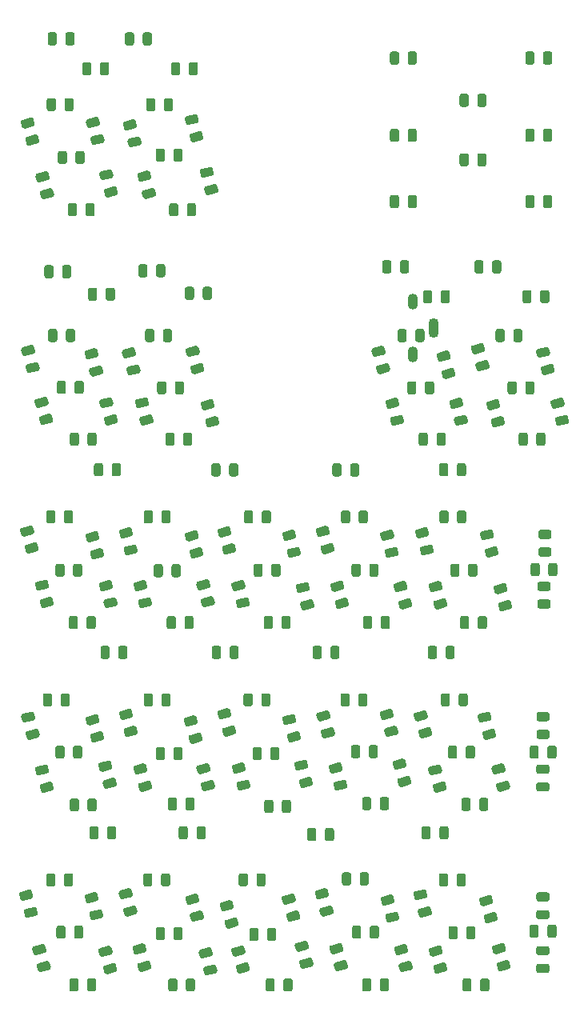
<source format=gbr>
%TF.GenerationSoftware,KiCad,Pcbnew,(5.1.8)-1*%
%TF.CreationDate,2021-07-31T20:08:40-05:00*%
%TF.ProjectId,DSKY_led_display,44534b59-5f6c-4656-945f-646973706c61,rev?*%
%TF.SameCoordinates,Original*%
%TF.FileFunction,Soldermask,Bot*%
%TF.FilePolarity,Negative*%
%FSLAX46Y46*%
G04 Gerber Fmt 4.6, Leading zero omitted, Abs format (unit mm)*
G04 Created by KiCad (PCBNEW (5.1.8)-1) date 2021-07-31 20:08:40*
%MOMM*%
%LPD*%
G01*
G04 APERTURE LIST*
%ADD10O,1.100000X2.100000*%
%ADD11O,1.100000X1.700000*%
G04 APERTURE END LIST*
D10*
%TO.C,J1*%
X80400000Y-67400000D03*
D11*
X78250000Y-64600000D03*
X78250000Y-70200000D03*
%TD*%
%TO.C,D190*%
G36*
G01*
X43731600Y-137413250D02*
X43731600Y-136500750D01*
G75*
G02*
X43975350Y-136257000I243750J0D01*
G01*
X44462850Y-136257000D01*
G75*
G02*
X44706600Y-136500750I0J-243750D01*
G01*
X44706600Y-137413250D01*
G75*
G02*
X44462850Y-137657000I-243750J0D01*
G01*
X43975350Y-137657000D01*
G75*
G02*
X43731600Y-137413250I0J243750D01*
G01*
G37*
G36*
G01*
X41856600Y-137413250D02*
X41856600Y-136500750D01*
G75*
G02*
X42100350Y-136257000I243750J0D01*
G01*
X42587850Y-136257000D01*
G75*
G02*
X42831600Y-136500750I0J-243750D01*
G01*
X42831600Y-137413250D01*
G75*
G02*
X42587850Y-137657000I-243750J0D01*
G01*
X42100350Y-137657000D01*
G75*
G02*
X41856600Y-137413250I0J243750D01*
G01*
G37*
%TD*%
%TO.C,D189*%
G36*
G01*
X54196400Y-137413250D02*
X54196400Y-136500750D01*
G75*
G02*
X54440150Y-136257000I243750J0D01*
G01*
X54927650Y-136257000D01*
G75*
G02*
X55171400Y-136500750I0J-243750D01*
G01*
X55171400Y-137413250D01*
G75*
G02*
X54927650Y-137657000I-243750J0D01*
G01*
X54440150Y-137657000D01*
G75*
G02*
X54196400Y-137413250I0J243750D01*
G01*
G37*
G36*
G01*
X52321400Y-137413250D02*
X52321400Y-136500750D01*
G75*
G02*
X52565150Y-136257000I243750J0D01*
G01*
X53052650Y-136257000D01*
G75*
G02*
X53296400Y-136500750I0J-243750D01*
G01*
X53296400Y-137413250D01*
G75*
G02*
X53052650Y-137657000I-243750J0D01*
G01*
X52565150Y-137657000D01*
G75*
G02*
X52321400Y-137413250I0J243750D01*
G01*
G37*
%TD*%
%TO.C,D188*%
G36*
G01*
X64508800Y-137413250D02*
X64508800Y-136500750D01*
G75*
G02*
X64752550Y-136257000I243750J0D01*
G01*
X65240050Y-136257000D01*
G75*
G02*
X65483800Y-136500750I0J-243750D01*
G01*
X65483800Y-137413250D01*
G75*
G02*
X65240050Y-137657000I-243750J0D01*
G01*
X64752550Y-137657000D01*
G75*
G02*
X64508800Y-137413250I0J243750D01*
G01*
G37*
G36*
G01*
X62633800Y-137413250D02*
X62633800Y-136500750D01*
G75*
G02*
X62877550Y-136257000I243750J0D01*
G01*
X63365050Y-136257000D01*
G75*
G02*
X63608800Y-136500750I0J-243750D01*
G01*
X63608800Y-137413250D01*
G75*
G02*
X63365050Y-137657000I-243750J0D01*
G01*
X62877550Y-137657000D01*
G75*
G02*
X62633800Y-137413250I0J243750D01*
G01*
G37*
%TD*%
%TO.C,D187*%
G36*
G01*
X74719600Y-137413250D02*
X74719600Y-136500750D01*
G75*
G02*
X74963350Y-136257000I243750J0D01*
G01*
X75450850Y-136257000D01*
G75*
G02*
X75694600Y-136500750I0J-243750D01*
G01*
X75694600Y-137413250D01*
G75*
G02*
X75450850Y-137657000I-243750J0D01*
G01*
X74963350Y-137657000D01*
G75*
G02*
X74719600Y-137413250I0J243750D01*
G01*
G37*
G36*
G01*
X72844600Y-137413250D02*
X72844600Y-136500750D01*
G75*
G02*
X73088350Y-136257000I243750J0D01*
G01*
X73575850Y-136257000D01*
G75*
G02*
X73819600Y-136500750I0J-243750D01*
G01*
X73819600Y-137413250D01*
G75*
G02*
X73575850Y-137657000I-243750J0D01*
G01*
X73088350Y-137657000D01*
G75*
G02*
X72844600Y-137413250I0J243750D01*
G01*
G37*
%TD*%
%TO.C,D186*%
G36*
G01*
X85336800Y-137413250D02*
X85336800Y-136500750D01*
G75*
G02*
X85580550Y-136257000I243750J0D01*
G01*
X86068050Y-136257000D01*
G75*
G02*
X86311800Y-136500750I0J-243750D01*
G01*
X86311800Y-137413250D01*
G75*
G02*
X86068050Y-137657000I-243750J0D01*
G01*
X85580550Y-137657000D01*
G75*
G02*
X85336800Y-137413250I0J243750D01*
G01*
G37*
G36*
G01*
X83461800Y-137413250D02*
X83461800Y-136500750D01*
G75*
G02*
X83705550Y-136257000I243750J0D01*
G01*
X84193050Y-136257000D01*
G75*
G02*
X84436800Y-136500750I0J-243750D01*
G01*
X84436800Y-137413250D01*
G75*
G02*
X84193050Y-137657000I-243750J0D01*
G01*
X83705550Y-137657000D01*
G75*
G02*
X83461800Y-137413250I0J243750D01*
G01*
G37*
%TD*%
%TO.C,D185*%
G36*
G01*
X45613365Y-134866753D02*
X46494773Y-134630580D01*
G75*
G02*
X46793304Y-134802937I63087J-235444D01*
G01*
X46919478Y-135273826D01*
G75*
G02*
X46747121Y-135572357I-235444J-63087D01*
G01*
X45865713Y-135808530D01*
G75*
G02*
X45567182Y-135636173I-63087J235444D01*
G01*
X45441008Y-135165284D01*
G75*
G02*
X45613365Y-134866753I235444J63087D01*
G01*
G37*
G36*
G01*
X45128079Y-133055643D02*
X46009487Y-132819470D01*
G75*
G02*
X46308018Y-132991827I63087J-235444D01*
G01*
X46434192Y-133462716D01*
G75*
G02*
X46261835Y-133761247I-235444J-63087D01*
G01*
X45380427Y-133997420D01*
G75*
G02*
X45081896Y-133825063I-63087J235444D01*
G01*
X44955722Y-133354174D01*
G75*
G02*
X45128079Y-133055643I235444J63087D01*
G01*
G37*
%TD*%
%TO.C,D184*%
G36*
G01*
X56216165Y-135020753D02*
X57097573Y-134784580D01*
G75*
G02*
X57396104Y-134956937I63087J-235444D01*
G01*
X57522278Y-135427826D01*
G75*
G02*
X57349921Y-135726357I-235444J-63087D01*
G01*
X56468513Y-135962530D01*
G75*
G02*
X56169982Y-135790173I-63087J235444D01*
G01*
X56043808Y-135319284D01*
G75*
G02*
X56216165Y-135020753I235444J63087D01*
G01*
G37*
G36*
G01*
X55730879Y-133209643D02*
X56612287Y-132973470D01*
G75*
G02*
X56910818Y-133145827I63087J-235444D01*
G01*
X57036992Y-133616716D01*
G75*
G02*
X56864635Y-133915247I-235444J-63087D01*
G01*
X55983227Y-134151420D01*
G75*
G02*
X55684696Y-133979063I-63087J235444D01*
G01*
X55558522Y-133508174D01*
G75*
G02*
X55730879Y-133209643I235444J63087D01*
G01*
G37*
%TD*%
%TO.C,D183*%
G36*
G01*
X38602965Y-134663753D02*
X39484373Y-134427580D01*
G75*
G02*
X39782904Y-134599937I63087J-235444D01*
G01*
X39909078Y-135070826D01*
G75*
G02*
X39736721Y-135369357I-235444J-63087D01*
G01*
X38855313Y-135605530D01*
G75*
G02*
X38556782Y-135433173I-63087J235444D01*
G01*
X38430608Y-134962284D01*
G75*
G02*
X38602965Y-134663753I235444J63087D01*
G01*
G37*
G36*
G01*
X38117679Y-132852643D02*
X38999087Y-132616470D01*
G75*
G02*
X39297618Y-132788827I63087J-235444D01*
G01*
X39423792Y-133259716D01*
G75*
G02*
X39251435Y-133558247I-235444J-63087D01*
G01*
X38370027Y-133794420D01*
G75*
G02*
X38071496Y-133622063I-63087J235444D01*
G01*
X37945322Y-133151174D01*
G75*
G02*
X38117679Y-132852643I235444J63087D01*
G01*
G37*
%TD*%
%TO.C,D182*%
G36*
G01*
X49220165Y-134612753D02*
X50101573Y-134376580D01*
G75*
G02*
X50400104Y-134548937I63087J-235444D01*
G01*
X50526278Y-135019826D01*
G75*
G02*
X50353921Y-135318357I-235444J-63087D01*
G01*
X49472513Y-135554530D01*
G75*
G02*
X49173982Y-135382173I-63087J235444D01*
G01*
X49047808Y-134911284D01*
G75*
G02*
X49220165Y-134612753I235444J63087D01*
G01*
G37*
G36*
G01*
X48734879Y-132801643D02*
X49616287Y-132565470D01*
G75*
G02*
X49914818Y-132737827I63087J-235444D01*
G01*
X50040992Y-133208716D01*
G75*
G02*
X49868635Y-133507247I-235444J-63087D01*
G01*
X48987227Y-133743420D01*
G75*
G02*
X48688696Y-133571063I-63087J235444D01*
G01*
X48562522Y-133100174D01*
G75*
G02*
X48734879Y-132801643I235444J63087D01*
G01*
G37*
%TD*%
%TO.C,D181*%
G36*
G01*
X66376165Y-134308753D02*
X67257573Y-134072580D01*
G75*
G02*
X67556104Y-134244937I63087J-235444D01*
G01*
X67682278Y-134715826D01*
G75*
G02*
X67509921Y-135014357I-235444J-63087D01*
G01*
X66628513Y-135250530D01*
G75*
G02*
X66329982Y-135078173I-63087J235444D01*
G01*
X66203808Y-134607284D01*
G75*
G02*
X66376165Y-134308753I235444J63087D01*
G01*
G37*
G36*
G01*
X65890879Y-132497643D02*
X66772287Y-132261470D01*
G75*
G02*
X67070818Y-132433827I63087J-235444D01*
G01*
X67196992Y-132904716D01*
G75*
G02*
X67024635Y-133203247I-235444J-63087D01*
G01*
X66143227Y-133439420D01*
G75*
G02*
X65844696Y-133267063I-63087J235444D01*
G01*
X65718522Y-132796174D01*
G75*
G02*
X65890879Y-132497643I235444J63087D01*
G01*
G37*
%TD*%
%TO.C,D180*%
G36*
G01*
X76891765Y-134664753D02*
X77773173Y-134428580D01*
G75*
G02*
X78071704Y-134600937I63087J-235444D01*
G01*
X78197878Y-135071826D01*
G75*
G02*
X78025521Y-135370357I-235444J-63087D01*
G01*
X77144113Y-135606530D01*
G75*
G02*
X76845582Y-135434173I-63087J235444D01*
G01*
X76719408Y-134963284D01*
G75*
G02*
X76891765Y-134664753I235444J63087D01*
G01*
G37*
G36*
G01*
X76406479Y-132853643D02*
X77287887Y-132617470D01*
G75*
G02*
X77586418Y-132789827I63087J-235444D01*
G01*
X77712592Y-133260716D01*
G75*
G02*
X77540235Y-133559247I-235444J-63087D01*
G01*
X76658827Y-133795420D01*
G75*
G02*
X76360296Y-133623063I-63087J235444D01*
G01*
X76234122Y-133152174D01*
G75*
G02*
X76406479Y-132853643I235444J63087D01*
G01*
G37*
%TD*%
%TO.C,D179*%
G36*
G01*
X59670565Y-134816753D02*
X60551973Y-134580580D01*
G75*
G02*
X60850504Y-134752937I63087J-235444D01*
G01*
X60976678Y-135223826D01*
G75*
G02*
X60804321Y-135522357I-235444J-63087D01*
G01*
X59922913Y-135758530D01*
G75*
G02*
X59624382Y-135586173I-63087J235444D01*
G01*
X59498208Y-135115284D01*
G75*
G02*
X59670565Y-134816753I235444J63087D01*
G01*
G37*
G36*
G01*
X59185279Y-133005643D02*
X60066687Y-132769470D01*
G75*
G02*
X60365218Y-132941827I63087J-235444D01*
G01*
X60491392Y-133412716D01*
G75*
G02*
X60319035Y-133711247I-235444J-63087D01*
G01*
X59437627Y-133947420D01*
G75*
G02*
X59139096Y-133775063I-63087J235444D01*
G01*
X59012922Y-133304174D01*
G75*
G02*
X59185279Y-133005643I235444J63087D01*
G01*
G37*
%TD*%
%TO.C,D178*%
G36*
G01*
X70033765Y-134562753D02*
X70915173Y-134326580D01*
G75*
G02*
X71213704Y-134498937I63087J-235444D01*
G01*
X71339878Y-134969826D01*
G75*
G02*
X71167521Y-135268357I-235444J-63087D01*
G01*
X70286113Y-135504530D01*
G75*
G02*
X69987582Y-135332173I-63087J235444D01*
G01*
X69861408Y-134861284D01*
G75*
G02*
X70033765Y-134562753I235444J63087D01*
G01*
G37*
G36*
G01*
X69548479Y-132751643D02*
X70429887Y-132515470D01*
G75*
G02*
X70728418Y-132687827I63087J-235444D01*
G01*
X70854592Y-133158716D01*
G75*
G02*
X70682235Y-133457247I-235444J-63087D01*
G01*
X69800827Y-133693420D01*
G75*
G02*
X69502296Y-133521063I-63087J235444D01*
G01*
X69376122Y-133050174D01*
G75*
G02*
X69548479Y-132751643I235444J63087D01*
G01*
G37*
%TD*%
%TO.C,D177*%
G36*
G01*
X87254965Y-134562753D02*
X88136373Y-134326580D01*
G75*
G02*
X88434904Y-134498937I63087J-235444D01*
G01*
X88561078Y-134969826D01*
G75*
G02*
X88388721Y-135268357I-235444J-63087D01*
G01*
X87507313Y-135504530D01*
G75*
G02*
X87208782Y-135332173I-63087J235444D01*
G01*
X87082608Y-134861284D01*
G75*
G02*
X87254965Y-134562753I235444J63087D01*
G01*
G37*
G36*
G01*
X86769679Y-132751643D02*
X87651087Y-132515470D01*
G75*
G02*
X87949618Y-132687827I63087J-235444D01*
G01*
X88075792Y-133158716D01*
G75*
G02*
X87903435Y-133457247I-235444J-63087D01*
G01*
X87022027Y-133693420D01*
G75*
G02*
X86723496Y-133521063I-63087J235444D01*
G01*
X86597322Y-133050174D01*
G75*
G02*
X86769679Y-132751643I235444J63087D01*
G01*
G37*
%TD*%
%TO.C,D176*%
G36*
G01*
X92435050Y-133814000D02*
X91522550Y-133814000D01*
G75*
G02*
X91278800Y-133570250I0J243750D01*
G01*
X91278800Y-133082750D01*
G75*
G02*
X91522550Y-132839000I243750J0D01*
G01*
X92435050Y-132839000D01*
G75*
G02*
X92678800Y-133082750I0J-243750D01*
G01*
X92678800Y-133570250D01*
G75*
G02*
X92435050Y-133814000I-243750J0D01*
G01*
G37*
G36*
G01*
X92435050Y-135689000D02*
X91522550Y-135689000D01*
G75*
G02*
X91278800Y-135445250I0J243750D01*
G01*
X91278800Y-134957750D01*
G75*
G02*
X91522550Y-134714000I243750J0D01*
G01*
X92435050Y-134714000D01*
G75*
G02*
X92678800Y-134957750I0J-243750D01*
G01*
X92678800Y-135445250D01*
G75*
G02*
X92435050Y-135689000I-243750J0D01*
G01*
G37*
%TD*%
%TO.C,D175*%
G36*
G01*
X80549365Y-134816753D02*
X81430773Y-134580580D01*
G75*
G02*
X81729304Y-134752937I63087J-235444D01*
G01*
X81855478Y-135223826D01*
G75*
G02*
X81683121Y-135522357I-235444J-63087D01*
G01*
X80801713Y-135758530D01*
G75*
G02*
X80503182Y-135586173I-63087J235444D01*
G01*
X80377008Y-135115284D01*
G75*
G02*
X80549365Y-134816753I235444J63087D01*
G01*
G37*
G36*
G01*
X80064079Y-133005643D02*
X80945487Y-132769470D01*
G75*
G02*
X81244018Y-132941827I63087J-235444D01*
G01*
X81370192Y-133412716D01*
G75*
G02*
X81197835Y-133711247I-235444J-63087D01*
G01*
X80316427Y-133947420D01*
G75*
G02*
X80017896Y-133775063I-63087J235444D01*
G01*
X79891722Y-133304174D01*
G75*
G02*
X80064079Y-133005643I235444J63087D01*
G01*
G37*
%TD*%
%TO.C,D174*%
G36*
G01*
X42360000Y-131825250D02*
X42360000Y-130912750D01*
G75*
G02*
X42603750Y-130669000I243750J0D01*
G01*
X43091250Y-130669000D01*
G75*
G02*
X43335000Y-130912750I0J-243750D01*
G01*
X43335000Y-131825250D01*
G75*
G02*
X43091250Y-132069000I-243750J0D01*
G01*
X42603750Y-132069000D01*
G75*
G02*
X42360000Y-131825250I0J243750D01*
G01*
G37*
G36*
G01*
X40485000Y-131825250D02*
X40485000Y-130912750D01*
G75*
G02*
X40728750Y-130669000I243750J0D01*
G01*
X41216250Y-130669000D01*
G75*
G02*
X41460000Y-130912750I0J-243750D01*
G01*
X41460000Y-131825250D01*
G75*
G02*
X41216250Y-132069000I-243750J0D01*
G01*
X40728750Y-132069000D01*
G75*
G02*
X40485000Y-131825250I0J243750D01*
G01*
G37*
%TD*%
%TO.C,D173*%
G36*
G01*
X52875600Y-131977250D02*
X52875600Y-131064750D01*
G75*
G02*
X53119350Y-130821000I243750J0D01*
G01*
X53606850Y-130821000D01*
G75*
G02*
X53850600Y-131064750I0J-243750D01*
G01*
X53850600Y-131977250D01*
G75*
G02*
X53606850Y-132221000I-243750J0D01*
G01*
X53119350Y-132221000D01*
G75*
G02*
X52875600Y-131977250I0J243750D01*
G01*
G37*
G36*
G01*
X51000600Y-131977250D02*
X51000600Y-131064750D01*
G75*
G02*
X51244350Y-130821000I243750J0D01*
G01*
X51731850Y-130821000D01*
G75*
G02*
X51975600Y-131064750I0J-243750D01*
G01*
X51975600Y-131977250D01*
G75*
G02*
X51731850Y-132221000I-243750J0D01*
G01*
X51244350Y-132221000D01*
G75*
G02*
X51000600Y-131977250I0J243750D01*
G01*
G37*
%TD*%
%TO.C,D172*%
G36*
G01*
X62781600Y-132079250D02*
X62781600Y-131166750D01*
G75*
G02*
X63025350Y-130923000I243750J0D01*
G01*
X63512850Y-130923000D01*
G75*
G02*
X63756600Y-131166750I0J-243750D01*
G01*
X63756600Y-132079250D01*
G75*
G02*
X63512850Y-132323000I-243750J0D01*
G01*
X63025350Y-132323000D01*
G75*
G02*
X62781600Y-132079250I0J243750D01*
G01*
G37*
G36*
G01*
X60906600Y-132079250D02*
X60906600Y-131166750D01*
G75*
G02*
X61150350Y-130923000I243750J0D01*
G01*
X61637850Y-130923000D01*
G75*
G02*
X61881600Y-131166750I0J-243750D01*
G01*
X61881600Y-132079250D01*
G75*
G02*
X61637850Y-132323000I-243750J0D01*
G01*
X61150350Y-132323000D01*
G75*
G02*
X60906600Y-132079250I0J243750D01*
G01*
G37*
%TD*%
%TO.C,D171*%
G36*
G01*
X73652800Y-131825250D02*
X73652800Y-130912750D01*
G75*
G02*
X73896550Y-130669000I243750J0D01*
G01*
X74384050Y-130669000D01*
G75*
G02*
X74627800Y-130912750I0J-243750D01*
G01*
X74627800Y-131825250D01*
G75*
G02*
X74384050Y-132069000I-243750J0D01*
G01*
X73896550Y-132069000D01*
G75*
G02*
X73652800Y-131825250I0J243750D01*
G01*
G37*
G36*
G01*
X71777800Y-131825250D02*
X71777800Y-130912750D01*
G75*
G02*
X72021550Y-130669000I243750J0D01*
G01*
X72509050Y-130669000D01*
G75*
G02*
X72752800Y-130912750I0J-243750D01*
G01*
X72752800Y-131825250D01*
G75*
G02*
X72509050Y-132069000I-243750J0D01*
G01*
X72021550Y-132069000D01*
G75*
G02*
X71777800Y-131825250I0J243750D01*
G01*
G37*
%TD*%
%TO.C,D170*%
G36*
G01*
X83863600Y-131876250D02*
X83863600Y-130963750D01*
G75*
G02*
X84107350Y-130720000I243750J0D01*
G01*
X84594850Y-130720000D01*
G75*
G02*
X84838600Y-130963750I0J-243750D01*
G01*
X84838600Y-131876250D01*
G75*
G02*
X84594850Y-132120000I-243750J0D01*
G01*
X84107350Y-132120000D01*
G75*
G02*
X83863600Y-131876250I0J243750D01*
G01*
G37*
G36*
G01*
X81988600Y-131876250D02*
X81988600Y-130963750D01*
G75*
G02*
X82232350Y-130720000I243750J0D01*
G01*
X82719850Y-130720000D01*
G75*
G02*
X82963600Y-130963750I0J-243750D01*
G01*
X82963600Y-131876250D01*
G75*
G02*
X82719850Y-132120000I-243750J0D01*
G01*
X82232350Y-132120000D01*
G75*
G02*
X81988600Y-131876250I0J243750D01*
G01*
G37*
%TD*%
%TO.C,D169*%
G36*
G01*
X37216965Y-128924753D02*
X38098373Y-128688580D01*
G75*
G02*
X38396904Y-128860937I63087J-235444D01*
G01*
X38523078Y-129331826D01*
G75*
G02*
X38350721Y-129630357I-235444J-63087D01*
G01*
X37469313Y-129866530D01*
G75*
G02*
X37170782Y-129694173I-63087J235444D01*
G01*
X37044608Y-129223284D01*
G75*
G02*
X37216965Y-128924753I235444J63087D01*
G01*
G37*
G36*
G01*
X36731679Y-127113643D02*
X37613087Y-126877470D01*
G75*
G02*
X37911618Y-127049827I63087J-235444D01*
G01*
X38037792Y-127520716D01*
G75*
G02*
X37865435Y-127819247I-235444J-63087D01*
G01*
X36984027Y-128055420D01*
G75*
G02*
X36685496Y-127883063I-63087J235444D01*
G01*
X36559322Y-127412174D01*
G75*
G02*
X36731679Y-127113643I235444J63087D01*
G01*
G37*
%TD*%
%TO.C,D168*%
G36*
G01*
X47746965Y-128770753D02*
X48628373Y-128534580D01*
G75*
G02*
X48926904Y-128706937I63087J-235444D01*
G01*
X49053078Y-129177826D01*
G75*
G02*
X48880721Y-129476357I-235444J-63087D01*
G01*
X47999313Y-129712530D01*
G75*
G02*
X47700782Y-129540173I-63087J235444D01*
G01*
X47574608Y-129069284D01*
G75*
G02*
X47746965Y-128770753I235444J63087D01*
G01*
G37*
G36*
G01*
X47261679Y-126959643D02*
X48143087Y-126723470D01*
G75*
G02*
X48441618Y-126895827I63087J-235444D01*
G01*
X48567792Y-127366716D01*
G75*
G02*
X48395435Y-127665247I-235444J-63087D01*
G01*
X47514027Y-127901420D01*
G75*
G02*
X47215496Y-127729063I-63087J235444D01*
G01*
X47089322Y-127258174D01*
G75*
G02*
X47261679Y-126959643I235444J63087D01*
G01*
G37*
%TD*%
%TO.C,D167*%
G36*
G01*
X44140165Y-129177753D02*
X45021573Y-128941580D01*
G75*
G02*
X45320104Y-129113937I63087J-235444D01*
G01*
X45446278Y-129584826D01*
G75*
G02*
X45273921Y-129883357I-235444J-63087D01*
G01*
X44392513Y-130119530D01*
G75*
G02*
X44093982Y-129947173I-63087J235444D01*
G01*
X43967808Y-129476284D01*
G75*
G02*
X44140165Y-129177753I235444J63087D01*
G01*
G37*
G36*
G01*
X43654879Y-127366643D02*
X44536287Y-127130470D01*
G75*
G02*
X44834818Y-127302827I63087J-235444D01*
G01*
X44960992Y-127773716D01*
G75*
G02*
X44788635Y-128072247I-235444J-63087D01*
G01*
X43907227Y-128308420D01*
G75*
G02*
X43608696Y-128136063I-63087J235444D01*
G01*
X43482522Y-127665174D01*
G75*
G02*
X43654879Y-127366643I235444J63087D01*
G01*
G37*
%TD*%
%TO.C,D166*%
G36*
G01*
X54793765Y-129330753D02*
X55675173Y-129094580D01*
G75*
G02*
X55973704Y-129266937I63087J-235444D01*
G01*
X56099878Y-129737826D01*
G75*
G02*
X55927521Y-130036357I-235444J-63087D01*
G01*
X55046113Y-130272530D01*
G75*
G02*
X54747582Y-130100173I-63087J235444D01*
G01*
X54621408Y-129629284D01*
G75*
G02*
X54793765Y-129330753I235444J63087D01*
G01*
G37*
G36*
G01*
X54308479Y-127519643D02*
X55189887Y-127283470D01*
G75*
G02*
X55488418Y-127455827I63087J-235444D01*
G01*
X55614592Y-127926716D01*
G75*
G02*
X55442235Y-128225247I-235444J-63087D01*
G01*
X54560827Y-128461420D01*
G75*
G02*
X54262296Y-128289063I-63087J235444D01*
G01*
X54136122Y-127818174D01*
G75*
G02*
X54308479Y-127519643I235444J63087D01*
G01*
G37*
%TD*%
%TO.C,D165*%
G36*
G01*
X58451365Y-130041753D02*
X59332773Y-129805580D01*
G75*
G02*
X59631304Y-129977937I63087J-235444D01*
G01*
X59757478Y-130448826D01*
G75*
G02*
X59585121Y-130747357I-235444J-63087D01*
G01*
X58703713Y-130983530D01*
G75*
G02*
X58405182Y-130811173I-63087J235444D01*
G01*
X58279008Y-130340284D01*
G75*
G02*
X58451365Y-130041753I235444J63087D01*
G01*
G37*
G36*
G01*
X57966079Y-128230643D02*
X58847487Y-127994470D01*
G75*
G02*
X59146018Y-128166827I63087J-235444D01*
G01*
X59272192Y-128637716D01*
G75*
G02*
X59099835Y-128936247I-235444J-63087D01*
G01*
X58218427Y-129172420D01*
G75*
G02*
X57919896Y-129000063I-63087J235444D01*
G01*
X57793722Y-128529174D01*
G75*
G02*
X57966079Y-128230643I235444J63087D01*
G01*
G37*
%TD*%
%TO.C,D164*%
G36*
G01*
X68509765Y-128771753D02*
X69391173Y-128535580D01*
G75*
G02*
X69689704Y-128707937I63087J-235444D01*
G01*
X69815878Y-129178826D01*
G75*
G02*
X69643521Y-129477357I-235444J-63087D01*
G01*
X68762113Y-129713530D01*
G75*
G02*
X68463582Y-129541173I-63087J235444D01*
G01*
X68337408Y-129070284D01*
G75*
G02*
X68509765Y-128771753I235444J63087D01*
G01*
G37*
G36*
G01*
X68024479Y-126960643D02*
X68905887Y-126724470D01*
G75*
G02*
X69204418Y-126896827I63087J-235444D01*
G01*
X69330592Y-127367716D01*
G75*
G02*
X69158235Y-127666247I-235444J-63087D01*
G01*
X68276827Y-127902420D01*
G75*
G02*
X67978296Y-127730063I-63087J235444D01*
G01*
X67852122Y-127259174D01*
G75*
G02*
X68024479Y-126960643I235444J63087D01*
G01*
G37*
%TD*%
%TO.C,D163*%
G36*
G01*
X92448800Y-131723250D02*
X92448800Y-130810750D01*
G75*
G02*
X92692550Y-130567000I243750J0D01*
G01*
X93180050Y-130567000D01*
G75*
G02*
X93423800Y-130810750I0J-243750D01*
G01*
X93423800Y-131723250D01*
G75*
G02*
X93180050Y-131967000I-243750J0D01*
G01*
X92692550Y-131967000D01*
G75*
G02*
X92448800Y-131723250I0J243750D01*
G01*
G37*
G36*
G01*
X90573800Y-131723250D02*
X90573800Y-130810750D01*
G75*
G02*
X90817550Y-130567000I243750J0D01*
G01*
X91305050Y-130567000D01*
G75*
G02*
X91548800Y-130810750I0J-243750D01*
G01*
X91548800Y-131723250D01*
G75*
G02*
X91305050Y-131967000I-243750J0D01*
G01*
X90817550Y-131967000D01*
G75*
G02*
X90573800Y-131723250I0J243750D01*
G01*
G37*
%TD*%
%TO.C,D162*%
G36*
G01*
X65004565Y-129330753D02*
X65885973Y-129094580D01*
G75*
G02*
X66184504Y-129266937I63087J-235444D01*
G01*
X66310678Y-129737826D01*
G75*
G02*
X66138321Y-130036357I-235444J-63087D01*
G01*
X65256913Y-130272530D01*
G75*
G02*
X64958382Y-130100173I-63087J235444D01*
G01*
X64832208Y-129629284D01*
G75*
G02*
X65004565Y-129330753I235444J63087D01*
G01*
G37*
G36*
G01*
X64519279Y-127519643D02*
X65400687Y-127283470D01*
G75*
G02*
X65699218Y-127455827I63087J-235444D01*
G01*
X65825392Y-127926716D01*
G75*
G02*
X65653035Y-128225247I-235444J-63087D01*
G01*
X64771627Y-128461420D01*
G75*
G02*
X64473096Y-128289063I-63087J235444D01*
G01*
X64346922Y-127818174D01*
G75*
G02*
X64519279Y-127519643I235444J63087D01*
G01*
G37*
%TD*%
%TO.C,D161*%
G36*
G01*
X75469365Y-129432753D02*
X76350773Y-129196580D01*
G75*
G02*
X76649304Y-129368937I63087J-235444D01*
G01*
X76775478Y-129839826D01*
G75*
G02*
X76603121Y-130138357I-235444J-63087D01*
G01*
X75721713Y-130374530D01*
G75*
G02*
X75423182Y-130202173I-63087J235444D01*
G01*
X75297008Y-129731284D01*
G75*
G02*
X75469365Y-129432753I235444J63087D01*
G01*
G37*
G36*
G01*
X74984079Y-127621643D02*
X75865487Y-127385470D01*
G75*
G02*
X76164018Y-127557827I63087J-235444D01*
G01*
X76290192Y-128028716D01*
G75*
G02*
X76117835Y-128327247I-235444J-63087D01*
G01*
X75236427Y-128563420D01*
G75*
G02*
X74937896Y-128391063I-63087J235444D01*
G01*
X74811722Y-127920174D01*
G75*
G02*
X74984079Y-127621643I235444J63087D01*
G01*
G37*
%TD*%
%TO.C,D160*%
G36*
G01*
X78923765Y-128873753D02*
X79805173Y-128637580D01*
G75*
G02*
X80103704Y-128809937I63087J-235444D01*
G01*
X80229878Y-129280826D01*
G75*
G02*
X80057521Y-129579357I-235444J-63087D01*
G01*
X79176113Y-129815530D01*
G75*
G02*
X78877582Y-129643173I-63087J235444D01*
G01*
X78751408Y-129172284D01*
G75*
G02*
X78923765Y-128873753I235444J63087D01*
G01*
G37*
G36*
G01*
X78438479Y-127062643D02*
X79319887Y-126826470D01*
G75*
G02*
X79618418Y-126998827I63087J-235444D01*
G01*
X79744592Y-127469716D01*
G75*
G02*
X79572235Y-127768247I-235444J-63087D01*
G01*
X78690827Y-128004420D01*
G75*
G02*
X78392296Y-127832063I-63087J235444D01*
G01*
X78266122Y-127361174D01*
G75*
G02*
X78438479Y-127062643I235444J63087D01*
G01*
G37*
%TD*%
%TO.C,D159*%
G36*
G01*
X85883365Y-129482753D02*
X86764773Y-129246580D01*
G75*
G02*
X87063304Y-129418937I63087J-235444D01*
G01*
X87189478Y-129889826D01*
G75*
G02*
X87017121Y-130188357I-235444J-63087D01*
G01*
X86135713Y-130424530D01*
G75*
G02*
X85837182Y-130252173I-63087J235444D01*
G01*
X85711008Y-129781284D01*
G75*
G02*
X85883365Y-129482753I235444J63087D01*
G01*
G37*
G36*
G01*
X85398079Y-127671643D02*
X86279487Y-127435470D01*
G75*
G02*
X86578018Y-127607827I63087J-235444D01*
G01*
X86704192Y-128078716D01*
G75*
G02*
X86531835Y-128377247I-235444J-63087D01*
G01*
X85650427Y-128613420D01*
G75*
G02*
X85351896Y-128441063I-63087J235444D01*
G01*
X85225722Y-127970174D01*
G75*
G02*
X85398079Y-127671643I235444J63087D01*
G01*
G37*
%TD*%
%TO.C,D158*%
G36*
G01*
X41293200Y-126288250D02*
X41293200Y-125375750D01*
G75*
G02*
X41536950Y-125132000I243750J0D01*
G01*
X42024450Y-125132000D01*
G75*
G02*
X42268200Y-125375750I0J-243750D01*
G01*
X42268200Y-126288250D01*
G75*
G02*
X42024450Y-126532000I-243750J0D01*
G01*
X41536950Y-126532000D01*
G75*
G02*
X41293200Y-126288250I0J243750D01*
G01*
G37*
G36*
G01*
X39418200Y-126288250D02*
X39418200Y-125375750D01*
G75*
G02*
X39661950Y-125132000I243750J0D01*
G01*
X40149450Y-125132000D01*
G75*
G02*
X40393200Y-125375750I0J-243750D01*
G01*
X40393200Y-126288250D01*
G75*
G02*
X40149450Y-126532000I-243750J0D01*
G01*
X39661950Y-126532000D01*
G75*
G02*
X39418200Y-126288250I0J243750D01*
G01*
G37*
%TD*%
%TO.C,D157*%
G36*
G01*
X51554800Y-126288250D02*
X51554800Y-125375750D01*
G75*
G02*
X51798550Y-125132000I243750J0D01*
G01*
X52286050Y-125132000D01*
G75*
G02*
X52529800Y-125375750I0J-243750D01*
G01*
X52529800Y-126288250D01*
G75*
G02*
X52286050Y-126532000I-243750J0D01*
G01*
X51798550Y-126532000D01*
G75*
G02*
X51554800Y-126288250I0J243750D01*
G01*
G37*
G36*
G01*
X49679800Y-126288250D02*
X49679800Y-125375750D01*
G75*
G02*
X49923550Y-125132000I243750J0D01*
G01*
X50411050Y-125132000D01*
G75*
G02*
X50654800Y-125375750I0J-243750D01*
G01*
X50654800Y-126288250D01*
G75*
G02*
X50411050Y-126532000I-243750J0D01*
G01*
X49923550Y-126532000D01*
G75*
G02*
X49679800Y-126288250I0J243750D01*
G01*
G37*
%TD*%
%TO.C,D156*%
G36*
G01*
X61664000Y-126288250D02*
X61664000Y-125375750D01*
G75*
G02*
X61907750Y-125132000I243750J0D01*
G01*
X62395250Y-125132000D01*
G75*
G02*
X62639000Y-125375750I0J-243750D01*
G01*
X62639000Y-126288250D01*
G75*
G02*
X62395250Y-126532000I-243750J0D01*
G01*
X61907750Y-126532000D01*
G75*
G02*
X61664000Y-126288250I0J243750D01*
G01*
G37*
G36*
G01*
X59789000Y-126288250D02*
X59789000Y-125375750D01*
G75*
G02*
X60032750Y-125132000I243750J0D01*
G01*
X60520250Y-125132000D01*
G75*
G02*
X60764000Y-125375750I0J-243750D01*
G01*
X60764000Y-126288250D01*
G75*
G02*
X60520250Y-126532000I-243750J0D01*
G01*
X60032750Y-126532000D01*
G75*
G02*
X59789000Y-126288250I0J243750D01*
G01*
G37*
%TD*%
%TO.C,D155*%
G36*
G01*
X72586000Y-126186250D02*
X72586000Y-125273750D01*
G75*
G02*
X72829750Y-125030000I243750J0D01*
G01*
X73317250Y-125030000D01*
G75*
G02*
X73561000Y-125273750I0J-243750D01*
G01*
X73561000Y-126186250D01*
G75*
G02*
X73317250Y-126430000I-243750J0D01*
G01*
X72829750Y-126430000D01*
G75*
G02*
X72586000Y-126186250I0J243750D01*
G01*
G37*
G36*
G01*
X70711000Y-126186250D02*
X70711000Y-125273750D01*
G75*
G02*
X70954750Y-125030000I243750J0D01*
G01*
X71442250Y-125030000D01*
G75*
G02*
X71686000Y-125273750I0J-243750D01*
G01*
X71686000Y-126186250D01*
G75*
G02*
X71442250Y-126430000I-243750J0D01*
G01*
X70954750Y-126430000D01*
G75*
G02*
X70711000Y-126186250I0J243750D01*
G01*
G37*
%TD*%
%TO.C,D154*%
G36*
G01*
X82847600Y-126288250D02*
X82847600Y-125375750D01*
G75*
G02*
X83091350Y-125132000I243750J0D01*
G01*
X83578850Y-125132000D01*
G75*
G02*
X83822600Y-125375750I0J-243750D01*
G01*
X83822600Y-126288250D01*
G75*
G02*
X83578850Y-126532000I-243750J0D01*
G01*
X83091350Y-126532000D01*
G75*
G02*
X82847600Y-126288250I0J243750D01*
G01*
G37*
G36*
G01*
X80972600Y-126288250D02*
X80972600Y-125375750D01*
G75*
G02*
X81216350Y-125132000I243750J0D01*
G01*
X81703850Y-125132000D01*
G75*
G02*
X81947600Y-125375750I0J-243750D01*
G01*
X81947600Y-126288250D01*
G75*
G02*
X81703850Y-126532000I-243750J0D01*
G01*
X81216350Y-126532000D01*
G75*
G02*
X80972600Y-126288250I0J243750D01*
G01*
G37*
%TD*%
%TO.C,D153*%
G36*
G01*
X92435050Y-128125000D02*
X91522550Y-128125000D01*
G75*
G02*
X91278800Y-127881250I0J243750D01*
G01*
X91278800Y-127393750D01*
G75*
G02*
X91522550Y-127150000I243750J0D01*
G01*
X92435050Y-127150000D01*
G75*
G02*
X92678800Y-127393750I0J-243750D01*
G01*
X92678800Y-127881250D01*
G75*
G02*
X92435050Y-128125000I-243750J0D01*
G01*
G37*
G36*
G01*
X92435050Y-130000000D02*
X91522550Y-130000000D01*
G75*
G02*
X91278800Y-129756250I0J243750D01*
G01*
X91278800Y-129268750D01*
G75*
G02*
X91522550Y-129025000I243750J0D01*
G01*
X92435050Y-129025000D01*
G75*
G02*
X92678800Y-129268750I0J-243750D01*
G01*
X92678800Y-129756250D01*
G75*
G02*
X92435050Y-130000000I-243750J0D01*
G01*
G37*
%TD*%
%TO.C,D152*%
G36*
G01*
X45865200Y-121309250D02*
X45865200Y-120396750D01*
G75*
G02*
X46108950Y-120153000I243750J0D01*
G01*
X46596450Y-120153000D01*
G75*
G02*
X46840200Y-120396750I0J-243750D01*
G01*
X46840200Y-121309250D01*
G75*
G02*
X46596450Y-121553000I-243750J0D01*
G01*
X46108950Y-121553000D01*
G75*
G02*
X45865200Y-121309250I0J243750D01*
G01*
G37*
G36*
G01*
X43990200Y-121309250D02*
X43990200Y-120396750D01*
G75*
G02*
X44233950Y-120153000I243750J0D01*
G01*
X44721450Y-120153000D01*
G75*
G02*
X44965200Y-120396750I0J-243750D01*
G01*
X44965200Y-121309250D01*
G75*
G02*
X44721450Y-121553000I-243750J0D01*
G01*
X44233950Y-121553000D01*
G75*
G02*
X43990200Y-121309250I0J243750D01*
G01*
G37*
%TD*%
%TO.C,D151*%
G36*
G01*
X55314000Y-121309250D02*
X55314000Y-120396750D01*
G75*
G02*
X55557750Y-120153000I243750J0D01*
G01*
X56045250Y-120153000D01*
G75*
G02*
X56289000Y-120396750I0J-243750D01*
G01*
X56289000Y-121309250D01*
G75*
G02*
X56045250Y-121553000I-243750J0D01*
G01*
X55557750Y-121553000D01*
G75*
G02*
X55314000Y-121309250I0J243750D01*
G01*
G37*
G36*
G01*
X53439000Y-121309250D02*
X53439000Y-120396750D01*
G75*
G02*
X53682750Y-120153000I243750J0D01*
G01*
X54170250Y-120153000D01*
G75*
G02*
X54414000Y-120396750I0J-243750D01*
G01*
X54414000Y-121309250D01*
G75*
G02*
X54170250Y-121553000I-243750J0D01*
G01*
X53682750Y-121553000D01*
G75*
G02*
X53439000Y-121309250I0J243750D01*
G01*
G37*
%TD*%
%TO.C,D150*%
G36*
G01*
X68903000Y-121487250D02*
X68903000Y-120574750D01*
G75*
G02*
X69146750Y-120331000I243750J0D01*
G01*
X69634250Y-120331000D01*
G75*
G02*
X69878000Y-120574750I0J-243750D01*
G01*
X69878000Y-121487250D01*
G75*
G02*
X69634250Y-121731000I-243750J0D01*
G01*
X69146750Y-121731000D01*
G75*
G02*
X68903000Y-121487250I0J243750D01*
G01*
G37*
G36*
G01*
X67028000Y-121487250D02*
X67028000Y-120574750D01*
G75*
G02*
X67271750Y-120331000I243750J0D01*
G01*
X67759250Y-120331000D01*
G75*
G02*
X68003000Y-120574750I0J-243750D01*
G01*
X68003000Y-121487250D01*
G75*
G02*
X67759250Y-121731000I-243750J0D01*
G01*
X67271750Y-121731000D01*
G75*
G02*
X67028000Y-121487250I0J243750D01*
G01*
G37*
%TD*%
%TO.C,D149*%
G36*
G01*
X81018800Y-121309250D02*
X81018800Y-120396750D01*
G75*
G02*
X81262550Y-120153000I243750J0D01*
G01*
X81750050Y-120153000D01*
G75*
G02*
X81993800Y-120396750I0J-243750D01*
G01*
X81993800Y-121309250D01*
G75*
G02*
X81750050Y-121553000I-243750J0D01*
G01*
X81262550Y-121553000D01*
G75*
G02*
X81018800Y-121309250I0J243750D01*
G01*
G37*
G36*
G01*
X79143800Y-121309250D02*
X79143800Y-120396750D01*
G75*
G02*
X79387550Y-120153000I243750J0D01*
G01*
X79875050Y-120153000D01*
G75*
G02*
X80118800Y-120396750I0J-243750D01*
G01*
X80118800Y-121309250D01*
G75*
G02*
X79875050Y-121553000I-243750J0D01*
G01*
X79387550Y-121553000D01*
G75*
G02*
X79143800Y-121309250I0J243750D01*
G01*
G37*
%TD*%
%TO.C,D148*%
G36*
G01*
X43782400Y-118363250D02*
X43782400Y-117450750D01*
G75*
G02*
X44026150Y-117207000I243750J0D01*
G01*
X44513650Y-117207000D01*
G75*
G02*
X44757400Y-117450750I0J-243750D01*
G01*
X44757400Y-118363250D01*
G75*
G02*
X44513650Y-118607000I-243750J0D01*
G01*
X44026150Y-118607000D01*
G75*
G02*
X43782400Y-118363250I0J243750D01*
G01*
G37*
G36*
G01*
X41907400Y-118363250D02*
X41907400Y-117450750D01*
G75*
G02*
X42151150Y-117207000I243750J0D01*
G01*
X42638650Y-117207000D01*
G75*
G02*
X42882400Y-117450750I0J-243750D01*
G01*
X42882400Y-118363250D01*
G75*
G02*
X42638650Y-118607000I-243750J0D01*
G01*
X42151150Y-118607000D01*
G75*
G02*
X41907400Y-118363250I0J243750D01*
G01*
G37*
%TD*%
%TO.C,D147*%
G36*
G01*
X54145600Y-118261250D02*
X54145600Y-117348750D01*
G75*
G02*
X54389350Y-117105000I243750J0D01*
G01*
X54876850Y-117105000D01*
G75*
G02*
X55120600Y-117348750I0J-243750D01*
G01*
X55120600Y-118261250D01*
G75*
G02*
X54876850Y-118505000I-243750J0D01*
G01*
X54389350Y-118505000D01*
G75*
G02*
X54145600Y-118261250I0J243750D01*
G01*
G37*
G36*
G01*
X52270600Y-118261250D02*
X52270600Y-117348750D01*
G75*
G02*
X52514350Y-117105000I243750J0D01*
G01*
X53001850Y-117105000D01*
G75*
G02*
X53245600Y-117348750I0J-243750D01*
G01*
X53245600Y-118261250D01*
G75*
G02*
X53001850Y-118505000I-243750J0D01*
G01*
X52514350Y-118505000D01*
G75*
G02*
X52270600Y-118261250I0J243750D01*
G01*
G37*
%TD*%
%TO.C,D146*%
G36*
G01*
X64356400Y-118515250D02*
X64356400Y-117602750D01*
G75*
G02*
X64600150Y-117359000I243750J0D01*
G01*
X65087650Y-117359000D01*
G75*
G02*
X65331400Y-117602750I0J-243750D01*
G01*
X65331400Y-118515250D01*
G75*
G02*
X65087650Y-118759000I-243750J0D01*
G01*
X64600150Y-118759000D01*
G75*
G02*
X64356400Y-118515250I0J243750D01*
G01*
G37*
G36*
G01*
X62481400Y-118515250D02*
X62481400Y-117602750D01*
G75*
G02*
X62725150Y-117359000I243750J0D01*
G01*
X63212650Y-117359000D01*
G75*
G02*
X63456400Y-117602750I0J-243750D01*
G01*
X63456400Y-118515250D01*
G75*
G02*
X63212650Y-118759000I-243750J0D01*
G01*
X62725150Y-118759000D01*
G75*
G02*
X62481400Y-118515250I0J243750D01*
G01*
G37*
%TD*%
%TO.C,D145*%
G36*
G01*
X74719600Y-118210250D02*
X74719600Y-117297750D01*
G75*
G02*
X74963350Y-117054000I243750J0D01*
G01*
X75450850Y-117054000D01*
G75*
G02*
X75694600Y-117297750I0J-243750D01*
G01*
X75694600Y-118210250D01*
G75*
G02*
X75450850Y-118454000I-243750J0D01*
G01*
X74963350Y-118454000D01*
G75*
G02*
X74719600Y-118210250I0J243750D01*
G01*
G37*
G36*
G01*
X72844600Y-118210250D02*
X72844600Y-117297750D01*
G75*
G02*
X73088350Y-117054000I243750J0D01*
G01*
X73575850Y-117054000D01*
G75*
G02*
X73819600Y-117297750I0J-243750D01*
G01*
X73819600Y-118210250D01*
G75*
G02*
X73575850Y-118454000I-243750J0D01*
G01*
X73088350Y-118454000D01*
G75*
G02*
X72844600Y-118210250I0J243750D01*
G01*
G37*
%TD*%
%TO.C,D144*%
G36*
G01*
X85235200Y-118312250D02*
X85235200Y-117399750D01*
G75*
G02*
X85478950Y-117156000I243750J0D01*
G01*
X85966450Y-117156000D01*
G75*
G02*
X86210200Y-117399750I0J-243750D01*
G01*
X86210200Y-118312250D01*
G75*
G02*
X85966450Y-118556000I-243750J0D01*
G01*
X85478950Y-118556000D01*
G75*
G02*
X85235200Y-118312250I0J243750D01*
G01*
G37*
G36*
G01*
X83360200Y-118312250D02*
X83360200Y-117399750D01*
G75*
G02*
X83603950Y-117156000I243750J0D01*
G01*
X84091450Y-117156000D01*
G75*
G02*
X84335200Y-117399750I0J-243750D01*
G01*
X84335200Y-118312250D01*
G75*
G02*
X84091450Y-118556000I-243750J0D01*
G01*
X83603950Y-118556000D01*
G75*
G02*
X83360200Y-118312250I0J243750D01*
G01*
G37*
%TD*%
%TO.C,D143*%
G36*
G01*
X92435050Y-114612000D02*
X91522550Y-114612000D01*
G75*
G02*
X91278800Y-114368250I0J243750D01*
G01*
X91278800Y-113880750D01*
G75*
G02*
X91522550Y-113637000I243750J0D01*
G01*
X92435050Y-113637000D01*
G75*
G02*
X92678800Y-113880750I0J-243750D01*
G01*
X92678800Y-114368250D01*
G75*
G02*
X92435050Y-114612000I-243750J0D01*
G01*
G37*
G36*
G01*
X92435050Y-116487000D02*
X91522550Y-116487000D01*
G75*
G02*
X91278800Y-116243250I0J243750D01*
G01*
X91278800Y-115755750D01*
G75*
G02*
X91522550Y-115512000I243750J0D01*
G01*
X92435050Y-115512000D01*
G75*
G02*
X92678800Y-115755750I0J-243750D01*
G01*
X92678800Y-116243250D01*
G75*
G02*
X92435050Y-116487000I-243750J0D01*
G01*
G37*
%TD*%
%TO.C,D142*%
G36*
G01*
X45575765Y-115252753D02*
X46457173Y-115016580D01*
G75*
G02*
X46755704Y-115188937I63087J-235444D01*
G01*
X46881878Y-115659826D01*
G75*
G02*
X46709521Y-115958357I-235444J-63087D01*
G01*
X45828113Y-116194530D01*
G75*
G02*
X45529582Y-116022173I-63087J235444D01*
G01*
X45403408Y-115551284D01*
G75*
G02*
X45575765Y-115252753I235444J63087D01*
G01*
G37*
G36*
G01*
X45090479Y-113441643D02*
X45971887Y-113205470D01*
G75*
G02*
X46270418Y-113377827I63087J-235444D01*
G01*
X46396592Y-113848716D01*
G75*
G02*
X46224235Y-114147247I-235444J-63087D01*
G01*
X45342827Y-114383420D01*
G75*
G02*
X45044296Y-114211063I-63087J235444D01*
G01*
X44918122Y-113740174D01*
G75*
G02*
X45090479Y-113441643I235444J63087D01*
G01*
G37*
%TD*%
%TO.C,D141*%
G36*
G01*
X55962165Y-115512753D02*
X56843573Y-115276580D01*
G75*
G02*
X57142104Y-115448937I63087J-235444D01*
G01*
X57268278Y-115919826D01*
G75*
G02*
X57095921Y-116218357I-235444J-63087D01*
G01*
X56214513Y-116454530D01*
G75*
G02*
X55915982Y-116282173I-63087J235444D01*
G01*
X55789808Y-115811284D01*
G75*
G02*
X55962165Y-115512753I235444J63087D01*
G01*
G37*
G36*
G01*
X55476879Y-113701643D02*
X56358287Y-113465470D01*
G75*
G02*
X56656818Y-113637827I63087J-235444D01*
G01*
X56782992Y-114108716D01*
G75*
G02*
X56610635Y-114407247I-235444J-63087D01*
G01*
X55729227Y-114643420D01*
G75*
G02*
X55430696Y-114471063I-63087J235444D01*
G01*
X55304522Y-114000174D01*
G75*
G02*
X55476879Y-113701643I235444J63087D01*
G01*
G37*
%TD*%
%TO.C,D140*%
G36*
G01*
X38893365Y-115665753D02*
X39774773Y-115429580D01*
G75*
G02*
X40073304Y-115601937I63087J-235444D01*
G01*
X40199478Y-116072826D01*
G75*
G02*
X40027121Y-116371357I-235444J-63087D01*
G01*
X39145713Y-116607530D01*
G75*
G02*
X38847182Y-116435173I-63087J235444D01*
G01*
X38721008Y-115964284D01*
G75*
G02*
X38893365Y-115665753I235444J63087D01*
G01*
G37*
G36*
G01*
X38408079Y-113854643D02*
X39289487Y-113618470D01*
G75*
G02*
X39588018Y-113790827I63087J-235444D01*
G01*
X39714192Y-114261716D01*
G75*
G02*
X39541835Y-114560247I-235444J-63087D01*
G01*
X38660427Y-114796420D01*
G75*
G02*
X38361896Y-114624063I-63087J235444D01*
G01*
X38235722Y-114153174D01*
G75*
G02*
X38408079Y-113854643I235444J63087D01*
G01*
G37*
%TD*%
%TO.C,D139*%
G36*
G01*
X49307365Y-115563753D02*
X50188773Y-115327580D01*
G75*
G02*
X50487304Y-115499937I63087J-235444D01*
G01*
X50613478Y-115970826D01*
G75*
G02*
X50441121Y-116269357I-235444J-63087D01*
G01*
X49559713Y-116505530D01*
G75*
G02*
X49261182Y-116333173I-63087J235444D01*
G01*
X49135008Y-115862284D01*
G75*
G02*
X49307365Y-115563753I235444J63087D01*
G01*
G37*
G36*
G01*
X48822079Y-113752643D02*
X49703487Y-113516470D01*
G75*
G02*
X50002018Y-113688827I63087J-235444D01*
G01*
X50128192Y-114159716D01*
G75*
G02*
X49955835Y-114458247I-235444J-63087D01*
G01*
X49074427Y-114694420D01*
G75*
G02*
X48775896Y-114522063I-63087J235444D01*
G01*
X48649722Y-114051174D01*
G75*
G02*
X48822079Y-113752643I235444J63087D01*
G01*
G37*
%TD*%
%TO.C,D138*%
G36*
G01*
X66325365Y-115157753D02*
X67206773Y-114921580D01*
G75*
G02*
X67505304Y-115093937I63087J-235444D01*
G01*
X67631478Y-115564826D01*
G75*
G02*
X67459121Y-115863357I-235444J-63087D01*
G01*
X66577713Y-116099530D01*
G75*
G02*
X66279182Y-115927173I-63087J235444D01*
G01*
X66153008Y-115456284D01*
G75*
G02*
X66325365Y-115157753I235444J63087D01*
G01*
G37*
G36*
G01*
X65840079Y-113346643D02*
X66721487Y-113110470D01*
G75*
G02*
X67020018Y-113282827I63087J-235444D01*
G01*
X67146192Y-113753716D01*
G75*
G02*
X66973835Y-114052247I-235444J-63087D01*
G01*
X66092427Y-114288420D01*
G75*
G02*
X65793896Y-114116063I-63087J235444D01*
G01*
X65667722Y-113645174D01*
G75*
G02*
X65840079Y-113346643I235444J63087D01*
G01*
G37*
%TD*%
%TO.C,D137*%
G36*
G01*
X76739365Y-115055753D02*
X77620773Y-114819580D01*
G75*
G02*
X77919304Y-114991937I63087J-235444D01*
G01*
X78045478Y-115462826D01*
G75*
G02*
X77873121Y-115761357I-235444J-63087D01*
G01*
X76991713Y-115997530D01*
G75*
G02*
X76693182Y-115825173I-63087J235444D01*
G01*
X76567008Y-115354284D01*
G75*
G02*
X76739365Y-115055753I235444J63087D01*
G01*
G37*
G36*
G01*
X76254079Y-113244643D02*
X77135487Y-113008470D01*
G75*
G02*
X77434018Y-113180827I63087J-235444D01*
G01*
X77560192Y-113651716D01*
G75*
G02*
X77387835Y-113950247I-235444J-63087D01*
G01*
X76506427Y-114186420D01*
G75*
G02*
X76207896Y-114014063I-63087J235444D01*
G01*
X76081722Y-113543174D01*
G75*
G02*
X76254079Y-113244643I235444J63087D01*
G01*
G37*
%TD*%
%TO.C,D136*%
G36*
G01*
X59721365Y-115462753D02*
X60602773Y-115226580D01*
G75*
G02*
X60901304Y-115398937I63087J-235444D01*
G01*
X61027478Y-115869826D01*
G75*
G02*
X60855121Y-116168357I-235444J-63087D01*
G01*
X59973713Y-116404530D01*
G75*
G02*
X59675182Y-116232173I-63087J235444D01*
G01*
X59549008Y-115761284D01*
G75*
G02*
X59721365Y-115462753I235444J63087D01*
G01*
G37*
G36*
G01*
X59236079Y-113651643D02*
X60117487Y-113415470D01*
G75*
G02*
X60416018Y-113587827I63087J-235444D01*
G01*
X60542192Y-114058716D01*
G75*
G02*
X60369835Y-114357247I-235444J-63087D01*
G01*
X59488427Y-114593420D01*
G75*
G02*
X59189896Y-114421063I-63087J235444D01*
G01*
X59063722Y-113950174D01*
G75*
G02*
X59236079Y-113651643I235444J63087D01*
G01*
G37*
%TD*%
%TO.C,D135*%
G36*
G01*
X69982965Y-115462753D02*
X70864373Y-115226580D01*
G75*
G02*
X71162904Y-115398937I63087J-235444D01*
G01*
X71289078Y-115869826D01*
G75*
G02*
X71116721Y-116168357I-235444J-63087D01*
G01*
X70235313Y-116404530D01*
G75*
G02*
X69936782Y-116232173I-63087J235444D01*
G01*
X69810608Y-115761284D01*
G75*
G02*
X69982965Y-115462753I235444J63087D01*
G01*
G37*
G36*
G01*
X69497679Y-113651643D02*
X70379087Y-113415470D01*
G75*
G02*
X70677618Y-113587827I63087J-235444D01*
G01*
X70803792Y-114058716D01*
G75*
G02*
X70631435Y-114357247I-235444J-63087D01*
G01*
X69750027Y-114593420D01*
G75*
G02*
X69451496Y-114421063I-63087J235444D01*
G01*
X69325322Y-113950174D01*
G75*
G02*
X69497679Y-113651643I235444J63087D01*
G01*
G37*
%TD*%
%TO.C,D134*%
G36*
G01*
X87204165Y-115563753D02*
X88085573Y-115327580D01*
G75*
G02*
X88384104Y-115499937I63087J-235444D01*
G01*
X88510278Y-115970826D01*
G75*
G02*
X88337921Y-116269357I-235444J-63087D01*
G01*
X87456513Y-116505530D01*
G75*
G02*
X87157982Y-116333173I-63087J235444D01*
G01*
X87031808Y-115862284D01*
G75*
G02*
X87204165Y-115563753I235444J63087D01*
G01*
G37*
G36*
G01*
X86718879Y-113752643D02*
X87600287Y-113516470D01*
G75*
G02*
X87898818Y-113688827I63087J-235444D01*
G01*
X88024992Y-114159716D01*
G75*
G02*
X87852635Y-114458247I-235444J-63087D01*
G01*
X86971227Y-114694420D01*
G75*
G02*
X86672696Y-114522063I-63087J235444D01*
G01*
X86546522Y-114051174D01*
G75*
G02*
X86718879Y-113752643I235444J63087D01*
G01*
G37*
%TD*%
%TO.C,D133*%
G36*
G01*
X80498565Y-115665753D02*
X81379973Y-115429580D01*
G75*
G02*
X81678504Y-115601937I63087J-235444D01*
G01*
X81804678Y-116072826D01*
G75*
G02*
X81632321Y-116371357I-235444J-63087D01*
G01*
X80750913Y-116607530D01*
G75*
G02*
X80452382Y-116435173I-63087J235444D01*
G01*
X80326208Y-115964284D01*
G75*
G02*
X80498565Y-115665753I235444J63087D01*
G01*
G37*
G36*
G01*
X80013279Y-113854643D02*
X80894687Y-113618470D01*
G75*
G02*
X81193218Y-113790827I63087J-235444D01*
G01*
X81319392Y-114261716D01*
G75*
G02*
X81147035Y-114560247I-235444J-63087D01*
G01*
X80265627Y-114796420D01*
G75*
G02*
X79967096Y-114624063I-63087J235444D01*
G01*
X79840922Y-114153174D01*
G75*
G02*
X80013279Y-113854643I235444J63087D01*
G01*
G37*
%TD*%
%TO.C,D132*%
G36*
G01*
X42258400Y-112775250D02*
X42258400Y-111862750D01*
G75*
G02*
X42502150Y-111619000I243750J0D01*
G01*
X42989650Y-111619000D01*
G75*
G02*
X43233400Y-111862750I0J-243750D01*
G01*
X43233400Y-112775250D01*
G75*
G02*
X42989650Y-113019000I-243750J0D01*
G01*
X42502150Y-113019000D01*
G75*
G02*
X42258400Y-112775250I0J243750D01*
G01*
G37*
G36*
G01*
X40383400Y-112775250D02*
X40383400Y-111862750D01*
G75*
G02*
X40627150Y-111619000I243750J0D01*
G01*
X41114650Y-111619000D01*
G75*
G02*
X41358400Y-111862750I0J-243750D01*
G01*
X41358400Y-112775250D01*
G75*
G02*
X41114650Y-113019000I-243750J0D01*
G01*
X40627150Y-113019000D01*
G75*
G02*
X40383400Y-112775250I0J243750D01*
G01*
G37*
%TD*%
%TO.C,D131*%
G36*
G01*
X52875600Y-112927250D02*
X52875600Y-112014750D01*
G75*
G02*
X53119350Y-111771000I243750J0D01*
G01*
X53606850Y-111771000D01*
G75*
G02*
X53850600Y-112014750I0J-243750D01*
G01*
X53850600Y-112927250D01*
G75*
G02*
X53606850Y-113171000I-243750J0D01*
G01*
X53119350Y-113171000D01*
G75*
G02*
X52875600Y-112927250I0J243750D01*
G01*
G37*
G36*
G01*
X51000600Y-112927250D02*
X51000600Y-112014750D01*
G75*
G02*
X51244350Y-111771000I243750J0D01*
G01*
X51731850Y-111771000D01*
G75*
G02*
X51975600Y-112014750I0J-243750D01*
G01*
X51975600Y-112927250D01*
G75*
G02*
X51731850Y-113171000I-243750J0D01*
G01*
X51244350Y-113171000D01*
G75*
G02*
X51000600Y-112927250I0J243750D01*
G01*
G37*
%TD*%
%TO.C,D130*%
G36*
G01*
X63137200Y-112927250D02*
X63137200Y-112014750D01*
G75*
G02*
X63380950Y-111771000I243750J0D01*
G01*
X63868450Y-111771000D01*
G75*
G02*
X64112200Y-112014750I0J-243750D01*
G01*
X64112200Y-112927250D01*
G75*
G02*
X63868450Y-113171000I-243750J0D01*
G01*
X63380950Y-113171000D01*
G75*
G02*
X63137200Y-112927250I0J243750D01*
G01*
G37*
G36*
G01*
X61262200Y-112927250D02*
X61262200Y-112014750D01*
G75*
G02*
X61505950Y-111771000I243750J0D01*
G01*
X61993450Y-111771000D01*
G75*
G02*
X62237200Y-112014750I0J-243750D01*
G01*
X62237200Y-112927250D01*
G75*
G02*
X61993450Y-113171000I-243750J0D01*
G01*
X61505950Y-113171000D01*
G75*
G02*
X61262200Y-112927250I0J243750D01*
G01*
G37*
%TD*%
%TO.C,D129*%
G36*
G01*
X73551200Y-112724250D02*
X73551200Y-111811750D01*
G75*
G02*
X73794950Y-111568000I243750J0D01*
G01*
X74282450Y-111568000D01*
G75*
G02*
X74526200Y-111811750I0J-243750D01*
G01*
X74526200Y-112724250D01*
G75*
G02*
X74282450Y-112968000I-243750J0D01*
G01*
X73794950Y-112968000D01*
G75*
G02*
X73551200Y-112724250I0J243750D01*
G01*
G37*
G36*
G01*
X71676200Y-112724250D02*
X71676200Y-111811750D01*
G75*
G02*
X71919950Y-111568000I243750J0D01*
G01*
X72407450Y-111568000D01*
G75*
G02*
X72651200Y-111811750I0J-243750D01*
G01*
X72651200Y-112724250D01*
G75*
G02*
X72407450Y-112968000I-243750J0D01*
G01*
X71919950Y-112968000D01*
G75*
G02*
X71676200Y-112724250I0J243750D01*
G01*
G37*
%TD*%
%TO.C,D128*%
G36*
G01*
X83812800Y-112775250D02*
X83812800Y-111862750D01*
G75*
G02*
X84056550Y-111619000I243750J0D01*
G01*
X84544050Y-111619000D01*
G75*
G02*
X84787800Y-111862750I0J-243750D01*
G01*
X84787800Y-112775250D01*
G75*
G02*
X84544050Y-113019000I-243750J0D01*
G01*
X84056550Y-113019000D01*
G75*
G02*
X83812800Y-112775250I0J243750D01*
G01*
G37*
G36*
G01*
X81937800Y-112775250D02*
X81937800Y-111862750D01*
G75*
G02*
X82181550Y-111619000I243750J0D01*
G01*
X82669050Y-111619000D01*
G75*
G02*
X82912800Y-111862750I0J-243750D01*
G01*
X82912800Y-112775250D01*
G75*
G02*
X82669050Y-113019000I-243750J0D01*
G01*
X82181550Y-113019000D01*
G75*
G02*
X81937800Y-112775250I0J243750D01*
G01*
G37*
%TD*%
%TO.C,D127*%
G36*
G01*
X92448800Y-112775250D02*
X92448800Y-111862750D01*
G75*
G02*
X92692550Y-111619000I243750J0D01*
G01*
X93180050Y-111619000D01*
G75*
G02*
X93423800Y-111862750I0J-243750D01*
G01*
X93423800Y-112775250D01*
G75*
G02*
X93180050Y-113019000I-243750J0D01*
G01*
X92692550Y-113019000D01*
G75*
G02*
X92448800Y-112775250I0J243750D01*
G01*
G37*
G36*
G01*
X90573800Y-112775250D02*
X90573800Y-111862750D01*
G75*
G02*
X90817550Y-111619000I243750J0D01*
G01*
X91305050Y-111619000D01*
G75*
G02*
X91548800Y-111862750I0J-243750D01*
G01*
X91548800Y-112775250D01*
G75*
G02*
X91305050Y-113019000I-243750J0D01*
G01*
X90817550Y-113019000D01*
G75*
G02*
X90573800Y-112775250I0J243750D01*
G01*
G37*
%TD*%
%TO.C,D126*%
G36*
G01*
X37420165Y-110077753D02*
X38301573Y-109841580D01*
G75*
G02*
X38600104Y-110013937I63087J-235444D01*
G01*
X38726278Y-110484826D01*
G75*
G02*
X38553921Y-110783357I-235444J-63087D01*
G01*
X37672513Y-111019530D01*
G75*
G02*
X37373982Y-110847173I-63087J235444D01*
G01*
X37247808Y-110376284D01*
G75*
G02*
X37420165Y-110077753I235444J63087D01*
G01*
G37*
G36*
G01*
X36934879Y-108266643D02*
X37816287Y-108030470D01*
G75*
G02*
X38114818Y-108202827I63087J-235444D01*
G01*
X38240992Y-108673716D01*
G75*
G02*
X38068635Y-108972247I-235444J-63087D01*
G01*
X37187227Y-109208420D01*
G75*
G02*
X36888696Y-109036063I-63087J235444D01*
G01*
X36762522Y-108565174D01*
G75*
G02*
X36934879Y-108266643I235444J63087D01*
G01*
G37*
%TD*%
%TO.C,D125*%
G36*
G01*
X47783365Y-109772753D02*
X48664773Y-109536580D01*
G75*
G02*
X48963304Y-109708937I63087J-235444D01*
G01*
X49089478Y-110179826D01*
G75*
G02*
X48917121Y-110478357I-235444J-63087D01*
G01*
X48035713Y-110714530D01*
G75*
G02*
X47737182Y-110542173I-63087J235444D01*
G01*
X47611008Y-110071284D01*
G75*
G02*
X47783365Y-109772753I235444J63087D01*
G01*
G37*
G36*
G01*
X47298079Y-107961643D02*
X48179487Y-107725470D01*
G75*
G02*
X48478018Y-107897827I63087J-235444D01*
G01*
X48604192Y-108368716D01*
G75*
G02*
X48431835Y-108667247I-235444J-63087D01*
G01*
X47550427Y-108903420D01*
G75*
G02*
X47251896Y-108731063I-63087J235444D01*
G01*
X47125722Y-108260174D01*
G75*
G02*
X47298079Y-107961643I235444J63087D01*
G01*
G37*
%TD*%
%TO.C,D124*%
G36*
G01*
X44233165Y-110346753D02*
X45114573Y-110110580D01*
G75*
G02*
X45413104Y-110282937I63087J-235444D01*
G01*
X45539278Y-110753826D01*
G75*
G02*
X45366921Y-111052357I-235444J-63087D01*
G01*
X44485513Y-111288530D01*
G75*
G02*
X44186982Y-111116173I-63087J235444D01*
G01*
X44060808Y-110645284D01*
G75*
G02*
X44233165Y-110346753I235444J63087D01*
G01*
G37*
G36*
G01*
X43747879Y-108535643D02*
X44629287Y-108299470D01*
G75*
G02*
X44927818Y-108471827I63087J-235444D01*
G01*
X45053992Y-108942716D01*
G75*
G02*
X44881635Y-109241247I-235444J-63087D01*
G01*
X44000227Y-109477420D01*
G75*
G02*
X43701696Y-109305063I-63087J235444D01*
G01*
X43575522Y-108834174D01*
G75*
G02*
X43747879Y-108535643I235444J63087D01*
G01*
G37*
%TD*%
%TO.C,D123*%
G36*
G01*
X54641365Y-110483753D02*
X55522773Y-110247580D01*
G75*
G02*
X55821304Y-110419937I63087J-235444D01*
G01*
X55947478Y-110890826D01*
G75*
G02*
X55775121Y-111189357I-235444J-63087D01*
G01*
X54893713Y-111425530D01*
G75*
G02*
X54595182Y-111253173I-63087J235444D01*
G01*
X54469008Y-110782284D01*
G75*
G02*
X54641365Y-110483753I235444J63087D01*
G01*
G37*
G36*
G01*
X54156079Y-108672643D02*
X55037487Y-108436470D01*
G75*
G02*
X55336018Y-108608827I63087J-235444D01*
G01*
X55462192Y-109079716D01*
G75*
G02*
X55289835Y-109378247I-235444J-63087D01*
G01*
X54408427Y-109614420D01*
G75*
G02*
X54109896Y-109442063I-63087J235444D01*
G01*
X53983722Y-108971174D01*
G75*
G02*
X54156079Y-108672643I235444J63087D01*
G01*
G37*
%TD*%
%TO.C,D122*%
G36*
G01*
X58197365Y-109721753D02*
X59078773Y-109485580D01*
G75*
G02*
X59377304Y-109657937I63087J-235444D01*
G01*
X59503478Y-110128826D01*
G75*
G02*
X59331121Y-110427357I-235444J-63087D01*
G01*
X58449713Y-110663530D01*
G75*
G02*
X58151182Y-110491173I-63087J235444D01*
G01*
X58025008Y-110020284D01*
G75*
G02*
X58197365Y-109721753I235444J63087D01*
G01*
G37*
G36*
G01*
X57712079Y-107910643D02*
X58593487Y-107674470D01*
G75*
G02*
X58892018Y-107846827I63087J-235444D01*
G01*
X59018192Y-108317716D01*
G75*
G02*
X58845835Y-108616247I-235444J-63087D01*
G01*
X57964427Y-108852420D01*
G75*
G02*
X57665896Y-108680063I-63087J235444D01*
G01*
X57539722Y-108209174D01*
G75*
G02*
X57712079Y-107910643I235444J63087D01*
G01*
G37*
%TD*%
%TO.C,D121*%
G36*
G01*
X68662165Y-109924753D02*
X69543573Y-109688580D01*
G75*
G02*
X69842104Y-109860937I63087J-235444D01*
G01*
X69968278Y-110331826D01*
G75*
G02*
X69795921Y-110630357I-235444J-63087D01*
G01*
X68914513Y-110866530D01*
G75*
G02*
X68615982Y-110694173I-63087J235444D01*
G01*
X68489808Y-110223284D01*
G75*
G02*
X68662165Y-109924753I235444J63087D01*
G01*
G37*
G36*
G01*
X68176879Y-108113643D02*
X69058287Y-107877470D01*
G75*
G02*
X69356818Y-108049827I63087J-235444D01*
G01*
X69482992Y-108520716D01*
G75*
G02*
X69310635Y-108819247I-235444J-63087D01*
G01*
X68429227Y-109055420D01*
G75*
G02*
X68130696Y-108883063I-63087J235444D01*
G01*
X68004522Y-108412174D01*
G75*
G02*
X68176879Y-108113643I235444J63087D01*
G01*
G37*
%TD*%
%TO.C,D120*%
G36*
G01*
X65055365Y-110331753D02*
X65936773Y-110095580D01*
G75*
G02*
X66235304Y-110267937I63087J-235444D01*
G01*
X66361478Y-110738826D01*
G75*
G02*
X66189121Y-111037357I-235444J-63087D01*
G01*
X65307713Y-111273530D01*
G75*
G02*
X65009182Y-111101173I-63087J235444D01*
G01*
X64883008Y-110630284D01*
G75*
G02*
X65055365Y-110331753I235444J63087D01*
G01*
G37*
G36*
G01*
X64570079Y-108520643D02*
X65451487Y-108284470D01*
G75*
G02*
X65750018Y-108456827I63087J-235444D01*
G01*
X65876192Y-108927716D01*
G75*
G02*
X65703835Y-109226247I-235444J-63087D01*
G01*
X64822427Y-109462420D01*
G75*
G02*
X64523896Y-109290063I-63087J235444D01*
G01*
X64397722Y-108819174D01*
G75*
G02*
X64570079Y-108520643I235444J63087D01*
G01*
G37*
%TD*%
%TO.C,D119*%
G36*
G01*
X75367765Y-109772753D02*
X76249173Y-109536580D01*
G75*
G02*
X76547704Y-109708937I63087J-235444D01*
G01*
X76673878Y-110179826D01*
G75*
G02*
X76501521Y-110478357I-235444J-63087D01*
G01*
X75620113Y-110714530D01*
G75*
G02*
X75321582Y-110542173I-63087J235444D01*
G01*
X75195408Y-110071284D01*
G75*
G02*
X75367765Y-109772753I235444J63087D01*
G01*
G37*
G36*
G01*
X74882479Y-107961643D02*
X75763887Y-107725470D01*
G75*
G02*
X76062418Y-107897827I63087J-235444D01*
G01*
X76188592Y-108368716D01*
G75*
G02*
X76016235Y-108667247I-235444J-63087D01*
G01*
X75134827Y-108903420D01*
G75*
G02*
X74836296Y-108731063I-63087J235444D01*
G01*
X74710122Y-108260174D01*
G75*
G02*
X74882479Y-107961643I235444J63087D01*
G01*
G37*
%TD*%
%TO.C,D118*%
G36*
G01*
X78974565Y-109924753D02*
X79855973Y-109688580D01*
G75*
G02*
X80154504Y-109860937I63087J-235444D01*
G01*
X80280678Y-110331826D01*
G75*
G02*
X80108321Y-110630357I-235444J-63087D01*
G01*
X79226913Y-110866530D01*
G75*
G02*
X78928382Y-110694173I-63087J235444D01*
G01*
X78802208Y-110223284D01*
G75*
G02*
X78974565Y-109924753I235444J63087D01*
G01*
G37*
G36*
G01*
X78489279Y-108113643D02*
X79370687Y-107877470D01*
G75*
G02*
X79669218Y-108049827I63087J-235444D01*
G01*
X79795392Y-108520716D01*
G75*
G02*
X79623035Y-108819247I-235444J-63087D01*
G01*
X78741627Y-109055420D01*
G75*
G02*
X78443096Y-108883063I-63087J235444D01*
G01*
X78316922Y-108412174D01*
G75*
G02*
X78489279Y-108113643I235444J63087D01*
G01*
G37*
%TD*%
%TO.C,D117*%
G36*
G01*
X85730965Y-110077753D02*
X86612373Y-109841580D01*
G75*
G02*
X86910904Y-110013937I63087J-235444D01*
G01*
X87037078Y-110484826D01*
G75*
G02*
X86864721Y-110783357I-235444J-63087D01*
G01*
X85983313Y-111019530D01*
G75*
G02*
X85684782Y-110847173I-63087J235444D01*
G01*
X85558608Y-110376284D01*
G75*
G02*
X85730965Y-110077753I235444J63087D01*
G01*
G37*
G36*
G01*
X85245679Y-108266643D02*
X86127087Y-108030470D01*
G75*
G02*
X86425618Y-108202827I63087J-235444D01*
G01*
X86551792Y-108673716D01*
G75*
G02*
X86379435Y-108972247I-235444J-63087D01*
G01*
X85498027Y-109208420D01*
G75*
G02*
X85199496Y-109036063I-63087J235444D01*
G01*
X85073322Y-108565174D01*
G75*
G02*
X85245679Y-108266643I235444J63087D01*
G01*
G37*
%TD*%
%TO.C,D116*%
G36*
G01*
X40937600Y-107238250D02*
X40937600Y-106325750D01*
G75*
G02*
X41181350Y-106082000I243750J0D01*
G01*
X41668850Y-106082000D01*
G75*
G02*
X41912600Y-106325750I0J-243750D01*
G01*
X41912600Y-107238250D01*
G75*
G02*
X41668850Y-107482000I-243750J0D01*
G01*
X41181350Y-107482000D01*
G75*
G02*
X40937600Y-107238250I0J243750D01*
G01*
G37*
G36*
G01*
X39062600Y-107238250D02*
X39062600Y-106325750D01*
G75*
G02*
X39306350Y-106082000I243750J0D01*
G01*
X39793850Y-106082000D01*
G75*
G02*
X40037600Y-106325750I0J-243750D01*
G01*
X40037600Y-107238250D01*
G75*
G02*
X39793850Y-107482000I-243750J0D01*
G01*
X39306350Y-107482000D01*
G75*
G02*
X39062600Y-107238250I0J243750D01*
G01*
G37*
%TD*%
%TO.C,D115*%
G36*
G01*
X51605600Y-107238250D02*
X51605600Y-106325750D01*
G75*
G02*
X51849350Y-106082000I243750J0D01*
G01*
X52336850Y-106082000D01*
G75*
G02*
X52580600Y-106325750I0J-243750D01*
G01*
X52580600Y-107238250D01*
G75*
G02*
X52336850Y-107482000I-243750J0D01*
G01*
X51849350Y-107482000D01*
G75*
G02*
X51605600Y-107238250I0J243750D01*
G01*
G37*
G36*
G01*
X49730600Y-107238250D02*
X49730600Y-106325750D01*
G75*
G02*
X49974350Y-106082000I243750J0D01*
G01*
X50461850Y-106082000D01*
G75*
G02*
X50705600Y-106325750I0J-243750D01*
G01*
X50705600Y-107238250D01*
G75*
G02*
X50461850Y-107482000I-243750J0D01*
G01*
X49974350Y-107482000D01*
G75*
G02*
X49730600Y-107238250I0J243750D01*
G01*
G37*
%TD*%
%TO.C,D114*%
G36*
G01*
X62172000Y-107238250D02*
X62172000Y-106325750D01*
G75*
G02*
X62415750Y-106082000I243750J0D01*
G01*
X62903250Y-106082000D01*
G75*
G02*
X63147000Y-106325750I0J-243750D01*
G01*
X63147000Y-107238250D01*
G75*
G02*
X62903250Y-107482000I-243750J0D01*
G01*
X62415750Y-107482000D01*
G75*
G02*
X62172000Y-107238250I0J243750D01*
G01*
G37*
G36*
G01*
X60297000Y-107238250D02*
X60297000Y-106325750D01*
G75*
G02*
X60540750Y-106082000I243750J0D01*
G01*
X61028250Y-106082000D01*
G75*
G02*
X61272000Y-106325750I0J-243750D01*
G01*
X61272000Y-107238250D01*
G75*
G02*
X61028250Y-107482000I-243750J0D01*
G01*
X60540750Y-107482000D01*
G75*
G02*
X60297000Y-107238250I0J243750D01*
G01*
G37*
%TD*%
%TO.C,D113*%
G36*
G01*
X72433600Y-107238250D02*
X72433600Y-106325750D01*
G75*
G02*
X72677350Y-106082000I243750J0D01*
G01*
X73164850Y-106082000D01*
G75*
G02*
X73408600Y-106325750I0J-243750D01*
G01*
X73408600Y-107238250D01*
G75*
G02*
X73164850Y-107482000I-243750J0D01*
G01*
X72677350Y-107482000D01*
G75*
G02*
X72433600Y-107238250I0J243750D01*
G01*
G37*
G36*
G01*
X70558600Y-107238250D02*
X70558600Y-106325750D01*
G75*
G02*
X70802350Y-106082000I243750J0D01*
G01*
X71289850Y-106082000D01*
G75*
G02*
X71533600Y-106325750I0J-243750D01*
G01*
X71533600Y-107238250D01*
G75*
G02*
X71289850Y-107482000I-243750J0D01*
G01*
X70802350Y-107482000D01*
G75*
G02*
X70558600Y-107238250I0J243750D01*
G01*
G37*
%TD*%
%TO.C,D112*%
G36*
G01*
X92456250Y-109050000D02*
X91543750Y-109050000D01*
G75*
G02*
X91300000Y-108806250I0J243750D01*
G01*
X91300000Y-108318750D01*
G75*
G02*
X91543750Y-108075000I243750J0D01*
G01*
X92456250Y-108075000D01*
G75*
G02*
X92700000Y-108318750I0J-243750D01*
G01*
X92700000Y-108806250D01*
G75*
G02*
X92456250Y-109050000I-243750J0D01*
G01*
G37*
G36*
G01*
X92456250Y-110925000D02*
X91543750Y-110925000D01*
G75*
G02*
X91300000Y-110681250I0J243750D01*
G01*
X91300000Y-110193750D01*
G75*
G02*
X91543750Y-109950000I243750J0D01*
G01*
X92456250Y-109950000D01*
G75*
G02*
X92700000Y-110193750I0J-243750D01*
G01*
X92700000Y-110681250D01*
G75*
G02*
X92456250Y-110925000I-243750J0D01*
G01*
G37*
%TD*%
%TO.C,D111*%
G36*
G01*
X83050800Y-107238250D02*
X83050800Y-106325750D01*
G75*
G02*
X83294550Y-106082000I243750J0D01*
G01*
X83782050Y-106082000D01*
G75*
G02*
X84025800Y-106325750I0J-243750D01*
G01*
X84025800Y-107238250D01*
G75*
G02*
X83782050Y-107482000I-243750J0D01*
G01*
X83294550Y-107482000D01*
G75*
G02*
X83050800Y-107238250I0J243750D01*
G01*
G37*
G36*
G01*
X81175800Y-107238250D02*
X81175800Y-106325750D01*
G75*
G02*
X81419550Y-106082000I243750J0D01*
G01*
X81907050Y-106082000D01*
G75*
G02*
X82150800Y-106325750I0J-243750D01*
G01*
X82150800Y-107238250D01*
G75*
G02*
X81907050Y-107482000I-243750J0D01*
G01*
X81419550Y-107482000D01*
G75*
G02*
X81175800Y-107238250I0J243750D01*
G01*
G37*
%TD*%
%TO.C,D110*%
G36*
G01*
X47033600Y-102208250D02*
X47033600Y-101295750D01*
G75*
G02*
X47277350Y-101052000I243750J0D01*
G01*
X47764850Y-101052000D01*
G75*
G02*
X48008600Y-101295750I0J-243750D01*
G01*
X48008600Y-102208250D01*
G75*
G02*
X47764850Y-102452000I-243750J0D01*
G01*
X47277350Y-102452000D01*
G75*
G02*
X47033600Y-102208250I0J243750D01*
G01*
G37*
G36*
G01*
X45158600Y-102208250D02*
X45158600Y-101295750D01*
G75*
G02*
X45402350Y-101052000I243750J0D01*
G01*
X45889850Y-101052000D01*
G75*
G02*
X46133600Y-101295750I0J-243750D01*
G01*
X46133600Y-102208250D01*
G75*
G02*
X45889850Y-102452000I-243750J0D01*
G01*
X45402350Y-102452000D01*
G75*
G02*
X45158600Y-102208250I0J243750D01*
G01*
G37*
%TD*%
%TO.C,D109*%
G36*
G01*
X58819200Y-102208250D02*
X58819200Y-101295750D01*
G75*
G02*
X59062950Y-101052000I243750J0D01*
G01*
X59550450Y-101052000D01*
G75*
G02*
X59794200Y-101295750I0J-243750D01*
G01*
X59794200Y-102208250D01*
G75*
G02*
X59550450Y-102452000I-243750J0D01*
G01*
X59062950Y-102452000D01*
G75*
G02*
X58819200Y-102208250I0J243750D01*
G01*
G37*
G36*
G01*
X56944200Y-102208250D02*
X56944200Y-101295750D01*
G75*
G02*
X57187950Y-101052000I243750J0D01*
G01*
X57675450Y-101052000D01*
G75*
G02*
X57919200Y-101295750I0J-243750D01*
G01*
X57919200Y-102208250D01*
G75*
G02*
X57675450Y-102452000I-243750J0D01*
G01*
X57187950Y-102452000D01*
G75*
G02*
X56944200Y-102208250I0J243750D01*
G01*
G37*
%TD*%
%TO.C,D108*%
G36*
G01*
X69487200Y-102208250D02*
X69487200Y-101295750D01*
G75*
G02*
X69730950Y-101052000I243750J0D01*
G01*
X70218450Y-101052000D01*
G75*
G02*
X70462200Y-101295750I0J-243750D01*
G01*
X70462200Y-102208250D01*
G75*
G02*
X70218450Y-102452000I-243750J0D01*
G01*
X69730950Y-102452000D01*
G75*
G02*
X69487200Y-102208250I0J243750D01*
G01*
G37*
G36*
G01*
X67612200Y-102208250D02*
X67612200Y-101295750D01*
G75*
G02*
X67855950Y-101052000I243750J0D01*
G01*
X68343450Y-101052000D01*
G75*
G02*
X68587200Y-101295750I0J-243750D01*
G01*
X68587200Y-102208250D01*
G75*
G02*
X68343450Y-102452000I-243750J0D01*
G01*
X67855950Y-102452000D01*
G75*
G02*
X67612200Y-102208250I0J243750D01*
G01*
G37*
%TD*%
%TO.C,D107*%
G36*
G01*
X81679200Y-102208250D02*
X81679200Y-101295750D01*
G75*
G02*
X81922950Y-101052000I243750J0D01*
G01*
X82410450Y-101052000D01*
G75*
G02*
X82654200Y-101295750I0J-243750D01*
G01*
X82654200Y-102208250D01*
G75*
G02*
X82410450Y-102452000I-243750J0D01*
G01*
X81922950Y-102452000D01*
G75*
G02*
X81679200Y-102208250I0J243750D01*
G01*
G37*
G36*
G01*
X79804200Y-102208250D02*
X79804200Y-101295750D01*
G75*
G02*
X80047950Y-101052000I243750J0D01*
G01*
X80535450Y-101052000D01*
G75*
G02*
X80779200Y-101295750I0J-243750D01*
G01*
X80779200Y-102208250D01*
G75*
G02*
X80535450Y-102452000I-243750J0D01*
G01*
X80047950Y-102452000D01*
G75*
G02*
X79804200Y-102208250I0J243750D01*
G01*
G37*
%TD*%
%TO.C,D106*%
G36*
G01*
X43680800Y-99059050D02*
X43680800Y-98146550D01*
G75*
G02*
X43924550Y-97902800I243750J0D01*
G01*
X44412050Y-97902800D01*
G75*
G02*
X44655800Y-98146550I0J-243750D01*
G01*
X44655800Y-99059050D01*
G75*
G02*
X44412050Y-99302800I-243750J0D01*
G01*
X43924550Y-99302800D01*
G75*
G02*
X43680800Y-99059050I0J243750D01*
G01*
G37*
G36*
G01*
X41805800Y-99059050D02*
X41805800Y-98146550D01*
G75*
G02*
X42049550Y-97902800I243750J0D01*
G01*
X42537050Y-97902800D01*
G75*
G02*
X42780800Y-98146550I0J-243750D01*
G01*
X42780800Y-99059050D01*
G75*
G02*
X42537050Y-99302800I-243750J0D01*
G01*
X42049550Y-99302800D01*
G75*
G02*
X41805800Y-99059050I0J243750D01*
G01*
G37*
%TD*%
%TO.C,D105*%
G36*
G01*
X54044000Y-99059050D02*
X54044000Y-98146550D01*
G75*
G02*
X54287750Y-97902800I243750J0D01*
G01*
X54775250Y-97902800D01*
G75*
G02*
X55019000Y-98146550I0J-243750D01*
G01*
X55019000Y-99059050D01*
G75*
G02*
X54775250Y-99302800I-243750J0D01*
G01*
X54287750Y-99302800D01*
G75*
G02*
X54044000Y-99059050I0J243750D01*
G01*
G37*
G36*
G01*
X52169000Y-99059050D02*
X52169000Y-98146550D01*
G75*
G02*
X52412750Y-97902800I243750J0D01*
G01*
X52900250Y-97902800D01*
G75*
G02*
X53144000Y-98146550I0J-243750D01*
G01*
X53144000Y-99059050D01*
G75*
G02*
X52900250Y-99302800I-243750J0D01*
G01*
X52412750Y-99302800D01*
G75*
G02*
X52169000Y-99059050I0J243750D01*
G01*
G37*
%TD*%
%TO.C,D104*%
G36*
G01*
X64305600Y-99059050D02*
X64305600Y-98146550D01*
G75*
G02*
X64549350Y-97902800I243750J0D01*
G01*
X65036850Y-97902800D01*
G75*
G02*
X65280600Y-98146550I0J-243750D01*
G01*
X65280600Y-99059050D01*
G75*
G02*
X65036850Y-99302800I-243750J0D01*
G01*
X64549350Y-99302800D01*
G75*
G02*
X64305600Y-99059050I0J243750D01*
G01*
G37*
G36*
G01*
X62430600Y-99059050D02*
X62430600Y-98146550D01*
G75*
G02*
X62674350Y-97902800I243750J0D01*
G01*
X63161850Y-97902800D01*
G75*
G02*
X63405600Y-98146550I0J-243750D01*
G01*
X63405600Y-99059050D01*
G75*
G02*
X63161850Y-99302800I-243750J0D01*
G01*
X62674350Y-99302800D01*
G75*
G02*
X62430600Y-99059050I0J243750D01*
G01*
G37*
%TD*%
%TO.C,D103*%
G36*
G01*
X74821200Y-99059050D02*
X74821200Y-98146550D01*
G75*
G02*
X75064950Y-97902800I243750J0D01*
G01*
X75552450Y-97902800D01*
G75*
G02*
X75796200Y-98146550I0J-243750D01*
G01*
X75796200Y-99059050D01*
G75*
G02*
X75552450Y-99302800I-243750J0D01*
G01*
X75064950Y-99302800D01*
G75*
G02*
X74821200Y-99059050I0J243750D01*
G01*
G37*
G36*
G01*
X72946200Y-99059050D02*
X72946200Y-98146550D01*
G75*
G02*
X73189950Y-97902800I243750J0D01*
G01*
X73677450Y-97902800D01*
G75*
G02*
X73921200Y-98146550I0J-243750D01*
G01*
X73921200Y-99059050D01*
G75*
G02*
X73677450Y-99302800I-243750J0D01*
G01*
X73189950Y-99302800D01*
G75*
G02*
X72946200Y-99059050I0J243750D01*
G01*
G37*
%TD*%
%TO.C,D102*%
G36*
G01*
X92556250Y-95257200D02*
X91643750Y-95257200D01*
G75*
G02*
X91400000Y-95013450I0J243750D01*
G01*
X91400000Y-94525950D01*
G75*
G02*
X91643750Y-94282200I243750J0D01*
G01*
X92556250Y-94282200D01*
G75*
G02*
X92800000Y-94525950I0J-243750D01*
G01*
X92800000Y-95013450D01*
G75*
G02*
X92556250Y-95257200I-243750J0D01*
G01*
G37*
G36*
G01*
X92556250Y-97132200D02*
X91643750Y-97132200D01*
G75*
G02*
X91400000Y-96888450I0J243750D01*
G01*
X91400000Y-96400950D01*
G75*
G02*
X91643750Y-96157200I243750J0D01*
G01*
X92556250Y-96157200D01*
G75*
G02*
X92800000Y-96400950I0J-243750D01*
G01*
X92800000Y-96888450D01*
G75*
G02*
X92556250Y-97132200I-243750J0D01*
G01*
G37*
%TD*%
%TO.C,D101*%
G36*
G01*
X85082800Y-99059050D02*
X85082800Y-98146550D01*
G75*
G02*
X85326550Y-97902800I243750J0D01*
G01*
X85814050Y-97902800D01*
G75*
G02*
X86057800Y-98146550I0J-243750D01*
G01*
X86057800Y-99059050D01*
G75*
G02*
X85814050Y-99302800I-243750J0D01*
G01*
X85326550Y-99302800D01*
G75*
G02*
X85082800Y-99059050I0J243750D01*
G01*
G37*
G36*
G01*
X83207800Y-99059050D02*
X83207800Y-98146550D01*
G75*
G02*
X83451550Y-97902800I243750J0D01*
G01*
X83939050Y-97902800D01*
G75*
G02*
X84182800Y-98146550I0J-243750D01*
G01*
X84182800Y-99059050D01*
G75*
G02*
X83939050Y-99302800I-243750J0D01*
G01*
X83451550Y-99302800D01*
G75*
G02*
X83207800Y-99059050I0J243750D01*
G01*
G37*
%TD*%
%TO.C,D100*%
G36*
G01*
X45649765Y-96158353D02*
X46531173Y-95922180D01*
G75*
G02*
X46829704Y-96094537I63087J-235444D01*
G01*
X46955878Y-96565426D01*
G75*
G02*
X46783521Y-96863957I-235444J-63087D01*
G01*
X45902113Y-97100130D01*
G75*
G02*
X45603582Y-96927773I-63087J235444D01*
G01*
X45477408Y-96456884D01*
G75*
G02*
X45649765Y-96158353I235444J63087D01*
G01*
G37*
G36*
G01*
X45164479Y-94347243D02*
X46045887Y-94111070D01*
G75*
G02*
X46344418Y-94283427I63087J-235444D01*
G01*
X46470592Y-94754316D01*
G75*
G02*
X46298235Y-95052847I-235444J-63087D01*
G01*
X45416827Y-95289020D01*
G75*
G02*
X45118296Y-95116663I-63087J235444D01*
G01*
X44992122Y-94645774D01*
G75*
G02*
X45164479Y-94347243I235444J63087D01*
G01*
G37*
%TD*%
%TO.C,D99*%
G36*
G01*
X55962165Y-96056753D02*
X56843573Y-95820580D01*
G75*
G02*
X57142104Y-95992937I63087J-235444D01*
G01*
X57268278Y-96463826D01*
G75*
G02*
X57095921Y-96762357I-235444J-63087D01*
G01*
X56214513Y-96998530D01*
G75*
G02*
X55915982Y-96826173I-63087J235444D01*
G01*
X55789808Y-96355284D01*
G75*
G02*
X55962165Y-96056753I235444J63087D01*
G01*
G37*
G36*
G01*
X55476879Y-94245643D02*
X56358287Y-94009470D01*
G75*
G02*
X56656818Y-94181827I63087J-235444D01*
G01*
X56782992Y-94652716D01*
G75*
G02*
X56610635Y-94951247I-235444J-63087D01*
G01*
X55729227Y-95187420D01*
G75*
G02*
X55430696Y-95015063I-63087J235444D01*
G01*
X55304522Y-94544174D01*
G75*
G02*
X55476879Y-94245643I235444J63087D01*
G01*
G37*
%TD*%
%TO.C,D98*%
G36*
G01*
X38893365Y-96107553D02*
X39774773Y-95871380D01*
G75*
G02*
X40073304Y-96043737I63087J-235444D01*
G01*
X40199478Y-96514626D01*
G75*
G02*
X40027121Y-96813157I-235444J-63087D01*
G01*
X39145713Y-97049330D01*
G75*
G02*
X38847182Y-96876973I-63087J235444D01*
G01*
X38721008Y-96406084D01*
G75*
G02*
X38893365Y-96107553I235444J63087D01*
G01*
G37*
G36*
G01*
X38408079Y-94296443D02*
X39289487Y-94060270D01*
G75*
G02*
X39588018Y-94232627I63087J-235444D01*
G01*
X39714192Y-94703516D01*
G75*
G02*
X39541835Y-95002047I-235444J-63087D01*
G01*
X38660427Y-95238220D01*
G75*
G02*
X38361896Y-95065863I-63087J235444D01*
G01*
X38235722Y-94594974D01*
G75*
G02*
X38408079Y-94296443I235444J63087D01*
G01*
G37*
%TD*%
%TO.C,D97*%
G36*
G01*
X49307365Y-96158353D02*
X50188773Y-95922180D01*
G75*
G02*
X50487304Y-96094537I63087J-235444D01*
G01*
X50613478Y-96565426D01*
G75*
G02*
X50441121Y-96863957I-235444J-63087D01*
G01*
X49559713Y-97100130D01*
G75*
G02*
X49261182Y-96927773I-63087J235444D01*
G01*
X49135008Y-96456884D01*
G75*
G02*
X49307365Y-96158353I235444J63087D01*
G01*
G37*
G36*
G01*
X48822079Y-94347243D02*
X49703487Y-94111070D01*
G75*
G02*
X50002018Y-94283427I63087J-235444D01*
G01*
X50128192Y-94754316D01*
G75*
G02*
X49955835Y-95052847I-235444J-63087D01*
G01*
X49074427Y-95289020D01*
G75*
G02*
X48775896Y-95116663I-63087J235444D01*
G01*
X48649722Y-94645774D01*
G75*
G02*
X48822079Y-94347243I235444J63087D01*
G01*
G37*
%TD*%
%TO.C,D96*%
G36*
G01*
X66477765Y-96361553D02*
X67359173Y-96125380D01*
G75*
G02*
X67657704Y-96297737I63087J-235444D01*
G01*
X67783878Y-96768626D01*
G75*
G02*
X67611521Y-97067157I-235444J-63087D01*
G01*
X66730113Y-97303330D01*
G75*
G02*
X66431582Y-97130973I-63087J235444D01*
G01*
X66305408Y-96660084D01*
G75*
G02*
X66477765Y-96361553I235444J63087D01*
G01*
G37*
G36*
G01*
X65992479Y-94550443D02*
X66873887Y-94314270D01*
G75*
G02*
X67172418Y-94486627I63087J-235444D01*
G01*
X67298592Y-94957516D01*
G75*
G02*
X67126235Y-95256047I-235444J-63087D01*
G01*
X66244827Y-95492220D01*
G75*
G02*
X65946296Y-95319863I-63087J235444D01*
G01*
X65820122Y-94848974D01*
G75*
G02*
X65992479Y-94550443I235444J63087D01*
G01*
G37*
%TD*%
%TO.C,D95*%
G36*
G01*
X76840965Y-96259953D02*
X77722373Y-96023780D01*
G75*
G02*
X78020904Y-96196137I63087J-235444D01*
G01*
X78147078Y-96667026D01*
G75*
G02*
X77974721Y-96965557I-235444J-63087D01*
G01*
X77093313Y-97201730D01*
G75*
G02*
X76794782Y-97029373I-63087J235444D01*
G01*
X76668608Y-96558484D01*
G75*
G02*
X76840965Y-96259953I235444J63087D01*
G01*
G37*
G36*
G01*
X76355679Y-94448843D02*
X77237087Y-94212670D01*
G75*
G02*
X77535618Y-94385027I63087J-235444D01*
G01*
X77661792Y-94855916D01*
G75*
G02*
X77489435Y-95154447I-235444J-63087D01*
G01*
X76608027Y-95390620D01*
G75*
G02*
X76309496Y-95218263I-63087J235444D01*
G01*
X76183322Y-94747374D01*
G75*
G02*
X76355679Y-94448843I235444J63087D01*
G01*
G37*
%TD*%
%TO.C,D94*%
G36*
G01*
X59670565Y-96158353D02*
X60551973Y-95922180D01*
G75*
G02*
X60850504Y-96094537I63087J-235444D01*
G01*
X60976678Y-96565426D01*
G75*
G02*
X60804321Y-96863957I-235444J-63087D01*
G01*
X59922913Y-97100130D01*
G75*
G02*
X59624382Y-96927773I-63087J235444D01*
G01*
X59498208Y-96456884D01*
G75*
G02*
X59670565Y-96158353I235444J63087D01*
G01*
G37*
G36*
G01*
X59185279Y-94347243D02*
X60066687Y-94111070D01*
G75*
G02*
X60365218Y-94283427I63087J-235444D01*
G01*
X60491392Y-94754316D01*
G75*
G02*
X60319035Y-95052847I-235444J-63087D01*
G01*
X59437627Y-95289020D01*
G75*
G02*
X59139096Y-95116663I-63087J235444D01*
G01*
X59012922Y-94645774D01*
G75*
G02*
X59185279Y-94347243I235444J63087D01*
G01*
G37*
%TD*%
%TO.C,D93*%
G36*
G01*
X70135365Y-96209153D02*
X71016773Y-95972980D01*
G75*
G02*
X71315304Y-96145337I63087J-235444D01*
G01*
X71441478Y-96616226D01*
G75*
G02*
X71269121Y-96914757I-235444J-63087D01*
G01*
X70387713Y-97150930D01*
G75*
G02*
X70089182Y-96978573I-63087J235444D01*
G01*
X69963008Y-96507684D01*
G75*
G02*
X70135365Y-96209153I235444J63087D01*
G01*
G37*
G36*
G01*
X69650079Y-94398043D02*
X70531487Y-94161870D01*
G75*
G02*
X70830018Y-94334227I63087J-235444D01*
G01*
X70956192Y-94805116D01*
G75*
G02*
X70783835Y-95103647I-235444J-63087D01*
G01*
X69902427Y-95339820D01*
G75*
G02*
X69603896Y-95167463I-63087J235444D01*
G01*
X69477722Y-94696574D01*
G75*
G02*
X69650079Y-94398043I235444J63087D01*
G01*
G37*
%TD*%
%TO.C,D92*%
G36*
G01*
X87407365Y-96463153D02*
X88288773Y-96226980D01*
G75*
G02*
X88587304Y-96399337I63087J-235444D01*
G01*
X88713478Y-96870226D01*
G75*
G02*
X88541121Y-97168757I-235444J-63087D01*
G01*
X87659713Y-97404930D01*
G75*
G02*
X87361182Y-97232573I-63087J235444D01*
G01*
X87235008Y-96761684D01*
G75*
G02*
X87407365Y-96463153I235444J63087D01*
G01*
G37*
G36*
G01*
X86922079Y-94652043D02*
X87803487Y-94415870D01*
G75*
G02*
X88102018Y-94588227I63087J-235444D01*
G01*
X88228192Y-95059116D01*
G75*
G02*
X88055835Y-95357647I-235444J-63087D01*
G01*
X87174427Y-95593820D01*
G75*
G02*
X86875896Y-95421463I-63087J235444D01*
G01*
X86749722Y-94950574D01*
G75*
G02*
X86922079Y-94652043I235444J63087D01*
G01*
G37*
%TD*%
%TO.C,D91*%
G36*
G01*
X80549365Y-96259953D02*
X81430773Y-96023780D01*
G75*
G02*
X81729304Y-96196137I63087J-235444D01*
G01*
X81855478Y-96667026D01*
G75*
G02*
X81683121Y-96965557I-235444J-63087D01*
G01*
X80801713Y-97201730D01*
G75*
G02*
X80503182Y-97029373I-63087J235444D01*
G01*
X80377008Y-96558484D01*
G75*
G02*
X80549365Y-96259953I235444J63087D01*
G01*
G37*
G36*
G01*
X80064079Y-94448843D02*
X80945487Y-94212670D01*
G75*
G02*
X81244018Y-94385027I63087J-235444D01*
G01*
X81370192Y-94855916D01*
G75*
G02*
X81197835Y-95154447I-235444J-63087D01*
G01*
X80316427Y-95390620D01*
G75*
G02*
X80017896Y-95218263I-63087J235444D01*
G01*
X79891722Y-94747374D01*
G75*
G02*
X80064079Y-94448843I235444J63087D01*
G01*
G37*
%TD*%
%TO.C,D90*%
G36*
G01*
X42258400Y-93521850D02*
X42258400Y-92609350D01*
G75*
G02*
X42502150Y-92365600I243750J0D01*
G01*
X42989650Y-92365600D01*
G75*
G02*
X43233400Y-92609350I0J-243750D01*
G01*
X43233400Y-93521850D01*
G75*
G02*
X42989650Y-93765600I-243750J0D01*
G01*
X42502150Y-93765600D01*
G75*
G02*
X42258400Y-93521850I0J243750D01*
G01*
G37*
G36*
G01*
X40383400Y-93521850D02*
X40383400Y-92609350D01*
G75*
G02*
X40627150Y-92365600I243750J0D01*
G01*
X41114650Y-92365600D01*
G75*
G02*
X41358400Y-92609350I0J-243750D01*
G01*
X41358400Y-93521850D01*
G75*
G02*
X41114650Y-93765600I-243750J0D01*
G01*
X40627150Y-93765600D01*
G75*
G02*
X40383400Y-93521850I0J243750D01*
G01*
G37*
%TD*%
%TO.C,D89*%
G36*
G01*
X52672400Y-93572650D02*
X52672400Y-92660150D01*
G75*
G02*
X52916150Y-92416400I243750J0D01*
G01*
X53403650Y-92416400D01*
G75*
G02*
X53647400Y-92660150I0J-243750D01*
G01*
X53647400Y-93572650D01*
G75*
G02*
X53403650Y-93816400I-243750J0D01*
G01*
X52916150Y-93816400D01*
G75*
G02*
X52672400Y-93572650I0J243750D01*
G01*
G37*
G36*
G01*
X50797400Y-93572650D02*
X50797400Y-92660150D01*
G75*
G02*
X51041150Y-92416400I243750J0D01*
G01*
X51528650Y-92416400D01*
G75*
G02*
X51772400Y-92660150I0J-243750D01*
G01*
X51772400Y-93572650D01*
G75*
G02*
X51528650Y-93816400I-243750J0D01*
G01*
X51041150Y-93816400D01*
G75*
G02*
X50797400Y-93572650I0J243750D01*
G01*
G37*
%TD*%
%TO.C,D88*%
G36*
G01*
X63238800Y-93521850D02*
X63238800Y-92609350D01*
G75*
G02*
X63482550Y-92365600I243750J0D01*
G01*
X63970050Y-92365600D01*
G75*
G02*
X64213800Y-92609350I0J-243750D01*
G01*
X64213800Y-93521850D01*
G75*
G02*
X63970050Y-93765600I-243750J0D01*
G01*
X63482550Y-93765600D01*
G75*
G02*
X63238800Y-93521850I0J243750D01*
G01*
G37*
G36*
G01*
X61363800Y-93521850D02*
X61363800Y-92609350D01*
G75*
G02*
X61607550Y-92365600I243750J0D01*
G01*
X62095050Y-92365600D01*
G75*
G02*
X62338800Y-92609350I0J-243750D01*
G01*
X62338800Y-93521850D01*
G75*
G02*
X62095050Y-93765600I-243750J0D01*
G01*
X61607550Y-93765600D01*
G75*
G02*
X61363800Y-93521850I0J243750D01*
G01*
G37*
%TD*%
%TO.C,D87*%
G36*
G01*
X73602000Y-93521850D02*
X73602000Y-92609350D01*
G75*
G02*
X73845750Y-92365600I243750J0D01*
G01*
X74333250Y-92365600D01*
G75*
G02*
X74577000Y-92609350I0J-243750D01*
G01*
X74577000Y-93521850D01*
G75*
G02*
X74333250Y-93765600I-243750J0D01*
G01*
X73845750Y-93765600D01*
G75*
G02*
X73602000Y-93521850I0J243750D01*
G01*
G37*
G36*
G01*
X71727000Y-93521850D02*
X71727000Y-92609350D01*
G75*
G02*
X71970750Y-92365600I243750J0D01*
G01*
X72458250Y-92365600D01*
G75*
G02*
X72702000Y-92609350I0J-243750D01*
G01*
X72702000Y-93521850D01*
G75*
G02*
X72458250Y-93765600I-243750J0D01*
G01*
X71970750Y-93765600D01*
G75*
G02*
X71727000Y-93521850I0J243750D01*
G01*
G37*
%TD*%
%TO.C,D86*%
G36*
G01*
X92550000Y-93456250D02*
X92550000Y-92543750D01*
G75*
G02*
X92793750Y-92300000I243750J0D01*
G01*
X93281250Y-92300000D01*
G75*
G02*
X93525000Y-92543750I0J-243750D01*
G01*
X93525000Y-93456250D01*
G75*
G02*
X93281250Y-93700000I-243750J0D01*
G01*
X92793750Y-93700000D01*
G75*
G02*
X92550000Y-93456250I0J243750D01*
G01*
G37*
G36*
G01*
X90675000Y-93456250D02*
X90675000Y-92543750D01*
G75*
G02*
X90918750Y-92300000I243750J0D01*
G01*
X91406250Y-92300000D01*
G75*
G02*
X91650000Y-92543750I0J-243750D01*
G01*
X91650000Y-93456250D01*
G75*
G02*
X91406250Y-93700000I-243750J0D01*
G01*
X90918750Y-93700000D01*
G75*
G02*
X90675000Y-93456250I0J243750D01*
G01*
G37*
%TD*%
%TO.C,D85*%
G36*
G01*
X84066800Y-93521850D02*
X84066800Y-92609350D01*
G75*
G02*
X84310550Y-92365600I243750J0D01*
G01*
X84798050Y-92365600D01*
G75*
G02*
X85041800Y-92609350I0J-243750D01*
G01*
X85041800Y-93521850D01*
G75*
G02*
X84798050Y-93765600I-243750J0D01*
G01*
X84310550Y-93765600D01*
G75*
G02*
X84066800Y-93521850I0J243750D01*
G01*
G37*
G36*
G01*
X82191800Y-93521850D02*
X82191800Y-92609350D01*
G75*
G02*
X82435550Y-92365600I243750J0D01*
G01*
X82923050Y-92365600D01*
G75*
G02*
X83166800Y-92609350I0J-243750D01*
G01*
X83166800Y-93521850D01*
G75*
G02*
X82923050Y-93765600I-243750J0D01*
G01*
X82435550Y-93765600D01*
G75*
G02*
X82191800Y-93521850I0J243750D01*
G01*
G37*
%TD*%
%TO.C,D84*%
G36*
G01*
X37318565Y-90367153D02*
X38199973Y-90130980D01*
G75*
G02*
X38498504Y-90303337I63087J-235444D01*
G01*
X38624678Y-90774226D01*
G75*
G02*
X38452321Y-91072757I-235444J-63087D01*
G01*
X37570913Y-91308930D01*
G75*
G02*
X37272382Y-91136573I-63087J235444D01*
G01*
X37146208Y-90665684D01*
G75*
G02*
X37318565Y-90367153I235444J63087D01*
G01*
G37*
G36*
G01*
X36833279Y-88556043D02*
X37714687Y-88319870D01*
G75*
G02*
X38013218Y-88492227I63087J-235444D01*
G01*
X38139392Y-88963116D01*
G75*
G02*
X37967035Y-89261647I-235444J-63087D01*
G01*
X37085627Y-89497820D01*
G75*
G02*
X36787096Y-89325463I-63087J235444D01*
G01*
X36660922Y-88854574D01*
G75*
G02*
X36833279Y-88556043I235444J63087D01*
G01*
G37*
%TD*%
%TO.C,D83*%
G36*
G01*
X47783365Y-90570353D02*
X48664773Y-90334180D01*
G75*
G02*
X48963304Y-90506537I63087J-235444D01*
G01*
X49089478Y-90977426D01*
G75*
G02*
X48917121Y-91275957I-235444J-63087D01*
G01*
X48035713Y-91512130D01*
G75*
G02*
X47737182Y-91339773I-63087J235444D01*
G01*
X47611008Y-90868884D01*
G75*
G02*
X47783365Y-90570353I235444J63087D01*
G01*
G37*
G36*
G01*
X47298079Y-88759243D02*
X48179487Y-88523070D01*
G75*
G02*
X48478018Y-88695427I63087J-235444D01*
G01*
X48604192Y-89166316D01*
G75*
G02*
X48431835Y-89464847I-235444J-63087D01*
G01*
X47550427Y-89701020D01*
G75*
G02*
X47251896Y-89528663I-63087J235444D01*
G01*
X47125722Y-89057774D01*
G75*
G02*
X47298079Y-88759243I235444J63087D01*
G01*
G37*
%TD*%
%TO.C,D82*%
G36*
G01*
X44227365Y-90976753D02*
X45108773Y-90740580D01*
G75*
G02*
X45407304Y-90912937I63087J-235444D01*
G01*
X45533478Y-91383826D01*
G75*
G02*
X45361121Y-91682357I-235444J-63087D01*
G01*
X44479713Y-91918530D01*
G75*
G02*
X44181182Y-91746173I-63087J235444D01*
G01*
X44055008Y-91275284D01*
G75*
G02*
X44227365Y-90976753I235444J63087D01*
G01*
G37*
G36*
G01*
X43742079Y-89165643D02*
X44623487Y-88929470D01*
G75*
G02*
X44922018Y-89101827I63087J-235444D01*
G01*
X45048192Y-89572716D01*
G75*
G02*
X44875835Y-89871247I-235444J-63087D01*
G01*
X43994427Y-90107420D01*
G75*
G02*
X43695896Y-89935063I-63087J235444D01*
G01*
X43569722Y-89464174D01*
G75*
G02*
X43742079Y-89165643I235444J63087D01*
G01*
G37*
%TD*%
%TO.C,D81*%
G36*
G01*
X54742965Y-90875153D02*
X55624373Y-90638980D01*
G75*
G02*
X55922904Y-90811337I63087J-235444D01*
G01*
X56049078Y-91282226D01*
G75*
G02*
X55876721Y-91580757I-235444J-63087D01*
G01*
X54995313Y-91816930D01*
G75*
G02*
X54696782Y-91644573I-63087J235444D01*
G01*
X54570608Y-91173684D01*
G75*
G02*
X54742965Y-90875153I235444J63087D01*
G01*
G37*
G36*
G01*
X54257679Y-89064043D02*
X55139087Y-88827870D01*
G75*
G02*
X55437618Y-89000227I63087J-235444D01*
G01*
X55563792Y-89471116D01*
G75*
G02*
X55391435Y-89769647I-235444J-63087D01*
G01*
X54510027Y-90005820D01*
G75*
G02*
X54211496Y-89833463I-63087J235444D01*
G01*
X54085322Y-89362574D01*
G75*
G02*
X54257679Y-89064043I235444J63087D01*
G01*
G37*
%TD*%
%TO.C,D80*%
G36*
G01*
X58197365Y-90468753D02*
X59078773Y-90232580D01*
G75*
G02*
X59377304Y-90404937I63087J-235444D01*
G01*
X59503478Y-90875826D01*
G75*
G02*
X59331121Y-91174357I-235444J-63087D01*
G01*
X58449713Y-91410530D01*
G75*
G02*
X58151182Y-91238173I-63087J235444D01*
G01*
X58025008Y-90767284D01*
G75*
G02*
X58197365Y-90468753I235444J63087D01*
G01*
G37*
G36*
G01*
X57712079Y-88657643D02*
X58593487Y-88421470D01*
G75*
G02*
X58892018Y-88593827I63087J-235444D01*
G01*
X59018192Y-89064716D01*
G75*
G02*
X58845835Y-89363247I-235444J-63087D01*
G01*
X57964427Y-89599420D01*
G75*
G02*
X57665896Y-89427063I-63087J235444D01*
G01*
X57539722Y-88956174D01*
G75*
G02*
X57712079Y-88657643I235444J63087D01*
G01*
G37*
%TD*%
%TO.C,D79*%
G36*
G01*
X68611365Y-90417953D02*
X69492773Y-90181780D01*
G75*
G02*
X69791304Y-90354137I63087J-235444D01*
G01*
X69917478Y-90825026D01*
G75*
G02*
X69745121Y-91123557I-235444J-63087D01*
G01*
X68863713Y-91359730D01*
G75*
G02*
X68565182Y-91187373I-63087J235444D01*
G01*
X68439008Y-90716484D01*
G75*
G02*
X68611365Y-90417953I235444J63087D01*
G01*
G37*
G36*
G01*
X68126079Y-88606843D02*
X69007487Y-88370670D01*
G75*
G02*
X69306018Y-88543027I63087J-235444D01*
G01*
X69432192Y-89013916D01*
G75*
G02*
X69259835Y-89312447I-235444J-63087D01*
G01*
X68378427Y-89548620D01*
G75*
G02*
X68079896Y-89376263I-63087J235444D01*
G01*
X67953722Y-88905374D01*
G75*
G02*
X68126079Y-88606843I235444J63087D01*
G01*
G37*
%TD*%
%TO.C,D78*%
G36*
G01*
X65055365Y-90824353D02*
X65936773Y-90588180D01*
G75*
G02*
X66235304Y-90760537I63087J-235444D01*
G01*
X66361478Y-91231426D01*
G75*
G02*
X66189121Y-91529957I-235444J-63087D01*
G01*
X65307713Y-91766130D01*
G75*
G02*
X65009182Y-91593773I-63087J235444D01*
G01*
X64883008Y-91122884D01*
G75*
G02*
X65055365Y-90824353I235444J63087D01*
G01*
G37*
G36*
G01*
X64570079Y-89013243D02*
X65451487Y-88777070D01*
G75*
G02*
X65750018Y-88949427I63087J-235444D01*
G01*
X65876192Y-89420316D01*
G75*
G02*
X65703835Y-89718847I-235444J-63087D01*
G01*
X64822427Y-89955020D01*
G75*
G02*
X64523896Y-89782663I-63087J235444D01*
G01*
X64397722Y-89311774D01*
G75*
G02*
X64570079Y-89013243I235444J63087D01*
G01*
G37*
%TD*%
%TO.C,D77*%
G36*
G01*
X75418565Y-90824353D02*
X76299973Y-90588180D01*
G75*
G02*
X76598504Y-90760537I63087J-235444D01*
G01*
X76724678Y-91231426D01*
G75*
G02*
X76552321Y-91529957I-235444J-63087D01*
G01*
X75670913Y-91766130D01*
G75*
G02*
X75372382Y-91593773I-63087J235444D01*
G01*
X75246208Y-91122884D01*
G75*
G02*
X75418565Y-90824353I235444J63087D01*
G01*
G37*
G36*
G01*
X74933279Y-89013243D02*
X75814687Y-88777070D01*
G75*
G02*
X76113218Y-88949427I63087J-235444D01*
G01*
X76239392Y-89420316D01*
G75*
G02*
X76067035Y-89718847I-235444J-63087D01*
G01*
X75185627Y-89955020D01*
G75*
G02*
X74887096Y-89782663I-63087J235444D01*
G01*
X74760922Y-89311774D01*
G75*
G02*
X74933279Y-89013243I235444J63087D01*
G01*
G37*
%TD*%
%TO.C,D76*%
G36*
G01*
X79126965Y-90570353D02*
X80008373Y-90334180D01*
G75*
G02*
X80306904Y-90506537I63087J-235444D01*
G01*
X80433078Y-90977426D01*
G75*
G02*
X80260721Y-91275957I-235444J-63087D01*
G01*
X79379313Y-91512130D01*
G75*
G02*
X79080782Y-91339773I-63087J235444D01*
G01*
X78954608Y-90868884D01*
G75*
G02*
X79126965Y-90570353I235444J63087D01*
G01*
G37*
G36*
G01*
X78641679Y-88759243D02*
X79523087Y-88523070D01*
G75*
G02*
X79821618Y-88695427I63087J-235444D01*
G01*
X79947792Y-89166316D01*
G75*
G02*
X79775435Y-89464847I-235444J-63087D01*
G01*
X78894027Y-89701020D01*
G75*
G02*
X78595496Y-89528663I-63087J235444D01*
G01*
X78469322Y-89057774D01*
G75*
G02*
X78641679Y-88759243I235444J63087D01*
G01*
G37*
%TD*%
%TO.C,D75*%
G36*
G01*
X85984965Y-90773553D02*
X86866373Y-90537380D01*
G75*
G02*
X87164904Y-90709737I63087J-235444D01*
G01*
X87291078Y-91180626D01*
G75*
G02*
X87118721Y-91479157I-235444J-63087D01*
G01*
X86237313Y-91715330D01*
G75*
G02*
X85938782Y-91542973I-63087J235444D01*
G01*
X85812608Y-91072084D01*
G75*
G02*
X85984965Y-90773553I235444J63087D01*
G01*
G37*
G36*
G01*
X85499679Y-88962443D02*
X86381087Y-88726270D01*
G75*
G02*
X86679618Y-88898627I63087J-235444D01*
G01*
X86805792Y-89369516D01*
G75*
G02*
X86633435Y-89668047I-235444J-63087D01*
G01*
X85752027Y-89904220D01*
G75*
G02*
X85453496Y-89731863I-63087J235444D01*
G01*
X85327322Y-89260974D01*
G75*
G02*
X85499679Y-88962443I235444J63087D01*
G01*
G37*
%TD*%
%TO.C,D74*%
G36*
G01*
X92656250Y-89750000D02*
X91743750Y-89750000D01*
G75*
G02*
X91500000Y-89506250I0J243750D01*
G01*
X91500000Y-89018750D01*
G75*
G02*
X91743750Y-88775000I243750J0D01*
G01*
X92656250Y-88775000D01*
G75*
G02*
X92900000Y-89018750I0J-243750D01*
G01*
X92900000Y-89506250D01*
G75*
G02*
X92656250Y-89750000I-243750J0D01*
G01*
G37*
G36*
G01*
X92656250Y-91625000D02*
X91743750Y-91625000D01*
G75*
G02*
X91500000Y-91381250I0J243750D01*
G01*
X91500000Y-90893750D01*
G75*
G02*
X91743750Y-90650000I243750J0D01*
G01*
X92656250Y-90650000D01*
G75*
G02*
X92900000Y-90893750I0J-243750D01*
G01*
X92900000Y-91381250D01*
G75*
G02*
X92656250Y-91625000I-243750J0D01*
G01*
G37*
%TD*%
%TO.C,D73*%
G36*
G01*
X41293200Y-87883050D02*
X41293200Y-86970550D01*
G75*
G02*
X41536950Y-86726800I243750J0D01*
G01*
X42024450Y-86726800D01*
G75*
G02*
X42268200Y-86970550I0J-243750D01*
G01*
X42268200Y-87883050D01*
G75*
G02*
X42024450Y-88126800I-243750J0D01*
G01*
X41536950Y-88126800D01*
G75*
G02*
X41293200Y-87883050I0J243750D01*
G01*
G37*
G36*
G01*
X39418200Y-87883050D02*
X39418200Y-86970550D01*
G75*
G02*
X39661950Y-86726800I243750J0D01*
G01*
X40149450Y-86726800D01*
G75*
G02*
X40393200Y-86970550I0J-243750D01*
G01*
X40393200Y-87883050D01*
G75*
G02*
X40149450Y-88126800I-243750J0D01*
G01*
X39661950Y-88126800D01*
G75*
G02*
X39418200Y-87883050I0J243750D01*
G01*
G37*
%TD*%
%TO.C,D72*%
G36*
G01*
X51605600Y-87883050D02*
X51605600Y-86970550D01*
G75*
G02*
X51849350Y-86726800I243750J0D01*
G01*
X52336850Y-86726800D01*
G75*
G02*
X52580600Y-86970550I0J-243750D01*
G01*
X52580600Y-87883050D01*
G75*
G02*
X52336850Y-88126800I-243750J0D01*
G01*
X51849350Y-88126800D01*
G75*
G02*
X51605600Y-87883050I0J243750D01*
G01*
G37*
G36*
G01*
X49730600Y-87883050D02*
X49730600Y-86970550D01*
G75*
G02*
X49974350Y-86726800I243750J0D01*
G01*
X50461850Y-86726800D01*
G75*
G02*
X50705600Y-86970550I0J-243750D01*
G01*
X50705600Y-87883050D01*
G75*
G02*
X50461850Y-88126800I-243750J0D01*
G01*
X49974350Y-88126800D01*
G75*
G02*
X49730600Y-87883050I0J243750D01*
G01*
G37*
%TD*%
%TO.C,D71*%
G36*
G01*
X62222800Y-87883050D02*
X62222800Y-86970550D01*
G75*
G02*
X62466550Y-86726800I243750J0D01*
G01*
X62954050Y-86726800D01*
G75*
G02*
X63197800Y-86970550I0J-243750D01*
G01*
X63197800Y-87883050D01*
G75*
G02*
X62954050Y-88126800I-243750J0D01*
G01*
X62466550Y-88126800D01*
G75*
G02*
X62222800Y-87883050I0J243750D01*
G01*
G37*
G36*
G01*
X60347800Y-87883050D02*
X60347800Y-86970550D01*
G75*
G02*
X60591550Y-86726800I243750J0D01*
G01*
X61079050Y-86726800D01*
G75*
G02*
X61322800Y-86970550I0J-243750D01*
G01*
X61322800Y-87883050D01*
G75*
G02*
X61079050Y-88126800I-243750J0D01*
G01*
X60591550Y-88126800D01*
G75*
G02*
X60347800Y-87883050I0J243750D01*
G01*
G37*
%TD*%
%TO.C,D70*%
G36*
G01*
X72484400Y-87883050D02*
X72484400Y-86970550D01*
G75*
G02*
X72728150Y-86726800I243750J0D01*
G01*
X73215650Y-86726800D01*
G75*
G02*
X73459400Y-86970550I0J-243750D01*
G01*
X73459400Y-87883050D01*
G75*
G02*
X73215650Y-88126800I-243750J0D01*
G01*
X72728150Y-88126800D01*
G75*
G02*
X72484400Y-87883050I0J243750D01*
G01*
G37*
G36*
G01*
X70609400Y-87883050D02*
X70609400Y-86970550D01*
G75*
G02*
X70853150Y-86726800I243750J0D01*
G01*
X71340650Y-86726800D01*
G75*
G02*
X71584400Y-86970550I0J-243750D01*
G01*
X71584400Y-87883050D01*
G75*
G02*
X71340650Y-88126800I-243750J0D01*
G01*
X70853150Y-88126800D01*
G75*
G02*
X70609400Y-87883050I0J243750D01*
G01*
G37*
%TD*%
%TO.C,D69*%
G36*
G01*
X82898400Y-87883050D02*
X82898400Y-86970550D01*
G75*
G02*
X83142150Y-86726800I243750J0D01*
G01*
X83629650Y-86726800D01*
G75*
G02*
X83873400Y-86970550I0J-243750D01*
G01*
X83873400Y-87883050D01*
G75*
G02*
X83629650Y-88126800I-243750J0D01*
G01*
X83142150Y-88126800D01*
G75*
G02*
X82898400Y-87883050I0J243750D01*
G01*
G37*
G36*
G01*
X81023400Y-87883050D02*
X81023400Y-86970550D01*
G75*
G02*
X81267150Y-86726800I243750J0D01*
G01*
X81754650Y-86726800D01*
G75*
G02*
X81998400Y-86970550I0J-243750D01*
G01*
X81998400Y-87883050D01*
G75*
G02*
X81754650Y-88126800I-243750J0D01*
G01*
X81267150Y-88126800D01*
G75*
G02*
X81023400Y-87883050I0J243750D01*
G01*
G37*
%TD*%
%TO.C,D68*%
G36*
G01*
X46345500Y-82879250D02*
X46345500Y-81966750D01*
G75*
G02*
X46589250Y-81723000I243750J0D01*
G01*
X47076750Y-81723000D01*
G75*
G02*
X47320500Y-81966750I0J-243750D01*
G01*
X47320500Y-82879250D01*
G75*
G02*
X47076750Y-83123000I-243750J0D01*
G01*
X46589250Y-83123000D01*
G75*
G02*
X46345500Y-82879250I0J243750D01*
G01*
G37*
G36*
G01*
X44470500Y-82879250D02*
X44470500Y-81966750D01*
G75*
G02*
X44714250Y-81723000I243750J0D01*
G01*
X45201750Y-81723000D01*
G75*
G02*
X45445500Y-81966750I0J-243750D01*
G01*
X45445500Y-82879250D01*
G75*
G02*
X45201750Y-83123000I-243750J0D01*
G01*
X44714250Y-83123000D01*
G75*
G02*
X44470500Y-82879250I0J243750D01*
G01*
G37*
%TD*%
%TO.C,D67*%
G36*
G01*
X58768400Y-82904650D02*
X58768400Y-81992150D01*
G75*
G02*
X59012150Y-81748400I243750J0D01*
G01*
X59499650Y-81748400D01*
G75*
G02*
X59743400Y-81992150I0J-243750D01*
G01*
X59743400Y-82904650D01*
G75*
G02*
X59499650Y-83148400I-243750J0D01*
G01*
X59012150Y-83148400D01*
G75*
G02*
X58768400Y-82904650I0J243750D01*
G01*
G37*
G36*
G01*
X56893400Y-82904650D02*
X56893400Y-81992150D01*
G75*
G02*
X57137150Y-81748400I243750J0D01*
G01*
X57624650Y-81748400D01*
G75*
G02*
X57868400Y-81992150I0J-243750D01*
G01*
X57868400Y-82904650D01*
G75*
G02*
X57624650Y-83148400I-243750J0D01*
G01*
X57137150Y-83148400D01*
G75*
G02*
X56893400Y-82904650I0J243750D01*
G01*
G37*
%TD*%
%TO.C,D66*%
G36*
G01*
X71570000Y-82904650D02*
X71570000Y-81992150D01*
G75*
G02*
X71813750Y-81748400I243750J0D01*
G01*
X72301250Y-81748400D01*
G75*
G02*
X72545000Y-81992150I0J-243750D01*
G01*
X72545000Y-82904650D01*
G75*
G02*
X72301250Y-83148400I-243750J0D01*
G01*
X71813750Y-83148400D01*
G75*
G02*
X71570000Y-82904650I0J243750D01*
G01*
G37*
G36*
G01*
X69695000Y-82904650D02*
X69695000Y-81992150D01*
G75*
G02*
X69938750Y-81748400I243750J0D01*
G01*
X70426250Y-81748400D01*
G75*
G02*
X70670000Y-81992150I0J-243750D01*
G01*
X70670000Y-82904650D01*
G75*
G02*
X70426250Y-83148400I-243750J0D01*
G01*
X69938750Y-83148400D01*
G75*
G02*
X69695000Y-82904650I0J243750D01*
G01*
G37*
%TD*%
%TO.C,D65*%
G36*
G01*
X82873000Y-82879250D02*
X82873000Y-81966750D01*
G75*
G02*
X83116750Y-81723000I243750J0D01*
G01*
X83604250Y-81723000D01*
G75*
G02*
X83848000Y-81966750I0J-243750D01*
G01*
X83848000Y-82879250D01*
G75*
G02*
X83604250Y-83123000I-243750J0D01*
G01*
X83116750Y-83123000D01*
G75*
G02*
X82873000Y-82879250I0J243750D01*
G01*
G37*
G36*
G01*
X80998000Y-82879250D02*
X80998000Y-81966750D01*
G75*
G02*
X81241750Y-81723000I243750J0D01*
G01*
X81729250Y-81723000D01*
G75*
G02*
X81973000Y-81966750I0J-243750D01*
G01*
X81973000Y-82879250D01*
G75*
G02*
X81729250Y-83123000I-243750J0D01*
G01*
X81241750Y-83123000D01*
G75*
G02*
X80998000Y-82879250I0J243750D01*
G01*
G37*
%TD*%
%TO.C,D64*%
G36*
G01*
X43782400Y-79653450D02*
X43782400Y-78740950D01*
G75*
G02*
X44026150Y-78497200I243750J0D01*
G01*
X44513650Y-78497200D01*
G75*
G02*
X44757400Y-78740950I0J-243750D01*
G01*
X44757400Y-79653450D01*
G75*
G02*
X44513650Y-79897200I-243750J0D01*
G01*
X44026150Y-79897200D01*
G75*
G02*
X43782400Y-79653450I0J243750D01*
G01*
G37*
G36*
G01*
X41907400Y-79653450D02*
X41907400Y-78740950D01*
G75*
G02*
X42151150Y-78497200I243750J0D01*
G01*
X42638650Y-78497200D01*
G75*
G02*
X42882400Y-78740950I0J-243750D01*
G01*
X42882400Y-79653450D01*
G75*
G02*
X42638650Y-79897200I-243750J0D01*
G01*
X42151150Y-79897200D01*
G75*
G02*
X41907400Y-79653450I0J243750D01*
G01*
G37*
%TD*%
%TO.C,D63*%
G36*
G01*
X53891600Y-79653450D02*
X53891600Y-78740950D01*
G75*
G02*
X54135350Y-78497200I243750J0D01*
G01*
X54622850Y-78497200D01*
G75*
G02*
X54866600Y-78740950I0J-243750D01*
G01*
X54866600Y-79653450D01*
G75*
G02*
X54622850Y-79897200I-243750J0D01*
G01*
X54135350Y-79897200D01*
G75*
G02*
X53891600Y-79653450I0J243750D01*
G01*
G37*
G36*
G01*
X52016600Y-79653450D02*
X52016600Y-78740950D01*
G75*
G02*
X52260350Y-78497200I243750J0D01*
G01*
X52747850Y-78497200D01*
G75*
G02*
X52991600Y-78740950I0J-243750D01*
G01*
X52991600Y-79653450D01*
G75*
G02*
X52747850Y-79897200I-243750J0D01*
G01*
X52260350Y-79897200D01*
G75*
G02*
X52016600Y-79653450I0J243750D01*
G01*
G37*
%TD*%
%TO.C,D62*%
G36*
G01*
X80714000Y-79653450D02*
X80714000Y-78740950D01*
G75*
G02*
X80957750Y-78497200I243750J0D01*
G01*
X81445250Y-78497200D01*
G75*
G02*
X81689000Y-78740950I0J-243750D01*
G01*
X81689000Y-79653450D01*
G75*
G02*
X81445250Y-79897200I-243750J0D01*
G01*
X80957750Y-79897200D01*
G75*
G02*
X80714000Y-79653450I0J243750D01*
G01*
G37*
G36*
G01*
X78839000Y-79653450D02*
X78839000Y-78740950D01*
G75*
G02*
X79082750Y-78497200I243750J0D01*
G01*
X79570250Y-78497200D01*
G75*
G02*
X79814000Y-78740950I0J-243750D01*
G01*
X79814000Y-79653450D01*
G75*
G02*
X79570250Y-79897200I-243750J0D01*
G01*
X79082750Y-79897200D01*
G75*
G02*
X78839000Y-79653450I0J243750D01*
G01*
G37*
%TD*%
%TO.C,D61*%
G36*
G01*
X91280400Y-79653450D02*
X91280400Y-78740950D01*
G75*
G02*
X91524150Y-78497200I243750J0D01*
G01*
X92011650Y-78497200D01*
G75*
G02*
X92255400Y-78740950I0J-243750D01*
G01*
X92255400Y-79653450D01*
G75*
G02*
X92011650Y-79897200I-243750J0D01*
G01*
X91524150Y-79897200D01*
G75*
G02*
X91280400Y-79653450I0J243750D01*
G01*
G37*
G36*
G01*
X89405400Y-79653450D02*
X89405400Y-78740950D01*
G75*
G02*
X89649150Y-78497200I243750J0D01*
G01*
X90136650Y-78497200D01*
G75*
G02*
X90380400Y-78740950I0J-243750D01*
G01*
X90380400Y-79653450D01*
G75*
G02*
X90136650Y-79897200I-243750J0D01*
G01*
X89649150Y-79897200D01*
G75*
G02*
X89405400Y-79653450I0J243750D01*
G01*
G37*
%TD*%
%TO.C,D60*%
G36*
G01*
X45700565Y-76803553D02*
X46581973Y-76567380D01*
G75*
G02*
X46880504Y-76739737I63087J-235444D01*
G01*
X47006678Y-77210626D01*
G75*
G02*
X46834321Y-77509157I-235444J-63087D01*
G01*
X45952913Y-77745330D01*
G75*
G02*
X45654382Y-77572973I-63087J235444D01*
G01*
X45528208Y-77102084D01*
G75*
G02*
X45700565Y-76803553I235444J63087D01*
G01*
G37*
G36*
G01*
X45215279Y-74992443D02*
X46096687Y-74756270D01*
G75*
G02*
X46395218Y-74928627I63087J-235444D01*
G01*
X46521392Y-75399516D01*
G75*
G02*
X46349035Y-75698047I-235444J-63087D01*
G01*
X45467627Y-75934220D01*
G75*
G02*
X45169096Y-75761863I-63087J235444D01*
G01*
X45042922Y-75290974D01*
G75*
G02*
X45215279Y-74992443I235444J63087D01*
G01*
G37*
%TD*%
%TO.C,D59*%
G36*
G01*
X56419365Y-77006753D02*
X57300773Y-76770580D01*
G75*
G02*
X57599304Y-76942937I63087J-235444D01*
G01*
X57725478Y-77413826D01*
G75*
G02*
X57553121Y-77712357I-235444J-63087D01*
G01*
X56671713Y-77948530D01*
G75*
G02*
X56373182Y-77776173I-63087J235444D01*
G01*
X56247008Y-77305284D01*
G75*
G02*
X56419365Y-77006753I235444J63087D01*
G01*
G37*
G36*
G01*
X55934079Y-75195643D02*
X56815487Y-74959470D01*
G75*
G02*
X57114018Y-75131827I63087J-235444D01*
G01*
X57240192Y-75602716D01*
G75*
G02*
X57067835Y-75901247I-235444J-63087D01*
G01*
X56186427Y-76137420D01*
G75*
G02*
X55887896Y-75965063I-63087J235444D01*
G01*
X55761722Y-75494174D01*
G75*
G02*
X55934079Y-75195643I235444J63087D01*
G01*
G37*
%TD*%
%TO.C,D58*%
G36*
G01*
X38842565Y-76752753D02*
X39723973Y-76516580D01*
G75*
G02*
X40022504Y-76688937I63087J-235444D01*
G01*
X40148678Y-77159826D01*
G75*
G02*
X39976321Y-77458357I-235444J-63087D01*
G01*
X39094913Y-77694530D01*
G75*
G02*
X38796382Y-77522173I-63087J235444D01*
G01*
X38670208Y-77051284D01*
G75*
G02*
X38842565Y-76752753I235444J63087D01*
G01*
G37*
G36*
G01*
X38357279Y-74941643D02*
X39238687Y-74705470D01*
G75*
G02*
X39537218Y-74877827I63087J-235444D01*
G01*
X39663392Y-75348716D01*
G75*
G02*
X39491035Y-75647247I-235444J-63087D01*
G01*
X38609627Y-75883420D01*
G75*
G02*
X38311096Y-75711063I-63087J235444D01*
G01*
X38184922Y-75240174D01*
G75*
G02*
X38357279Y-74941643I235444J63087D01*
G01*
G37*
%TD*%
%TO.C,D57*%
G36*
G01*
X49459765Y-76803553D02*
X50341173Y-76567380D01*
G75*
G02*
X50639704Y-76739737I63087J-235444D01*
G01*
X50765878Y-77210626D01*
G75*
G02*
X50593521Y-77509157I-235444J-63087D01*
G01*
X49712113Y-77745330D01*
G75*
G02*
X49413582Y-77572973I-63087J235444D01*
G01*
X49287408Y-77102084D01*
G75*
G02*
X49459765Y-76803553I235444J63087D01*
G01*
G37*
G36*
G01*
X48974479Y-74992443D02*
X49855887Y-74756270D01*
G75*
G02*
X50154418Y-74928627I63087J-235444D01*
G01*
X50280592Y-75399516D01*
G75*
G02*
X50108235Y-75698047I-235444J-63087D01*
G01*
X49226827Y-75934220D01*
G75*
G02*
X48928296Y-75761863I-63087J235444D01*
G01*
X48802122Y-75290974D01*
G75*
G02*
X48974479Y-74992443I235444J63087D01*
G01*
G37*
%TD*%
%TO.C,D56*%
G36*
G01*
X82733765Y-76854353D02*
X83615173Y-76618180D01*
G75*
G02*
X83913704Y-76790537I63087J-235444D01*
G01*
X84039878Y-77261426D01*
G75*
G02*
X83867521Y-77559957I-235444J-63087D01*
G01*
X82986113Y-77796130D01*
G75*
G02*
X82687582Y-77623773I-63087J235444D01*
G01*
X82561408Y-77152884D01*
G75*
G02*
X82733765Y-76854353I235444J63087D01*
G01*
G37*
G36*
G01*
X82248479Y-75043243D02*
X83129887Y-74807070D01*
G75*
G02*
X83428418Y-74979427I63087J-235444D01*
G01*
X83554592Y-75450316D01*
G75*
G02*
X83382235Y-75748847I-235444J-63087D01*
G01*
X82500827Y-75985020D01*
G75*
G02*
X82202296Y-75812663I-63087J235444D01*
G01*
X82076122Y-75341774D01*
G75*
G02*
X82248479Y-75043243I235444J63087D01*
G01*
G37*
%TD*%
%TO.C,D55*%
G36*
G01*
X93452565Y-76854353D02*
X94333973Y-76618180D01*
G75*
G02*
X94632504Y-76790537I63087J-235444D01*
G01*
X94758678Y-77261426D01*
G75*
G02*
X94586321Y-77559957I-235444J-63087D01*
G01*
X93704913Y-77796130D01*
G75*
G02*
X93406382Y-77623773I-63087J235444D01*
G01*
X93280208Y-77152884D01*
G75*
G02*
X93452565Y-76854353I235444J63087D01*
G01*
G37*
G36*
G01*
X92967279Y-75043243D02*
X93848687Y-74807070D01*
G75*
G02*
X94147218Y-74979427I63087J-235444D01*
G01*
X94273392Y-75450316D01*
G75*
G02*
X94101035Y-75748847I-235444J-63087D01*
G01*
X93219627Y-75985020D01*
G75*
G02*
X92921096Y-75812663I-63087J235444D01*
G01*
X92794922Y-75341774D01*
G75*
G02*
X92967279Y-75043243I235444J63087D01*
G01*
G37*
%TD*%
%TO.C,D54*%
G36*
G01*
X75977365Y-76854353D02*
X76858773Y-76618180D01*
G75*
G02*
X77157304Y-76790537I63087J-235444D01*
G01*
X77283478Y-77261426D01*
G75*
G02*
X77111121Y-77559957I-235444J-63087D01*
G01*
X76229713Y-77796130D01*
G75*
G02*
X75931182Y-77623773I-63087J235444D01*
G01*
X75805008Y-77152884D01*
G75*
G02*
X75977365Y-76854353I235444J63087D01*
G01*
G37*
G36*
G01*
X75492079Y-75043243D02*
X76373487Y-74807070D01*
G75*
G02*
X76672018Y-74979427I63087J-235444D01*
G01*
X76798192Y-75450316D01*
G75*
G02*
X76625835Y-75748847I-235444J-63087D01*
G01*
X75744427Y-75985020D01*
G75*
G02*
X75445896Y-75812663I-63087J235444D01*
G01*
X75319722Y-75341774D01*
G75*
G02*
X75492079Y-75043243I235444J63087D01*
G01*
G37*
%TD*%
%TO.C,D53*%
G36*
G01*
X86645365Y-77006753D02*
X87526773Y-76770580D01*
G75*
G02*
X87825304Y-76942937I63087J-235444D01*
G01*
X87951478Y-77413826D01*
G75*
G02*
X87779121Y-77712357I-235444J-63087D01*
G01*
X86897713Y-77948530D01*
G75*
G02*
X86599182Y-77776173I-63087J235444D01*
G01*
X86473008Y-77305284D01*
G75*
G02*
X86645365Y-77006753I235444J63087D01*
G01*
G37*
G36*
G01*
X86160079Y-75195643D02*
X87041487Y-74959470D01*
G75*
G02*
X87340018Y-75131827I63087J-235444D01*
G01*
X87466192Y-75602716D01*
G75*
G02*
X87293835Y-75901247I-235444J-63087D01*
G01*
X86412427Y-76137420D01*
G75*
G02*
X86113896Y-75965063I-63087J235444D01*
G01*
X85987722Y-75494174D01*
G75*
G02*
X86160079Y-75195643I235444J63087D01*
G01*
G37*
%TD*%
%TO.C,D52*%
G36*
G01*
X42410800Y-74167050D02*
X42410800Y-73254550D01*
G75*
G02*
X42654550Y-73010800I243750J0D01*
G01*
X43142050Y-73010800D01*
G75*
G02*
X43385800Y-73254550I0J-243750D01*
G01*
X43385800Y-74167050D01*
G75*
G02*
X43142050Y-74410800I-243750J0D01*
G01*
X42654550Y-74410800D01*
G75*
G02*
X42410800Y-74167050I0J243750D01*
G01*
G37*
G36*
G01*
X40535800Y-74167050D02*
X40535800Y-73254550D01*
G75*
G02*
X40779550Y-73010800I243750J0D01*
G01*
X41267050Y-73010800D01*
G75*
G02*
X41510800Y-73254550I0J-243750D01*
G01*
X41510800Y-74167050D01*
G75*
G02*
X41267050Y-74410800I-243750J0D01*
G01*
X40779550Y-74410800D01*
G75*
G02*
X40535800Y-74167050I0J243750D01*
G01*
G37*
%TD*%
%TO.C,D51*%
G36*
G01*
X53028000Y-74217850D02*
X53028000Y-73305350D01*
G75*
G02*
X53271750Y-73061600I243750J0D01*
G01*
X53759250Y-73061600D01*
G75*
G02*
X54003000Y-73305350I0J-243750D01*
G01*
X54003000Y-74217850D01*
G75*
G02*
X53759250Y-74461600I-243750J0D01*
G01*
X53271750Y-74461600D01*
G75*
G02*
X53028000Y-74217850I0J243750D01*
G01*
G37*
G36*
G01*
X51153000Y-74217850D02*
X51153000Y-73305350D01*
G75*
G02*
X51396750Y-73061600I243750J0D01*
G01*
X51884250Y-73061600D01*
G75*
G02*
X52128000Y-73305350I0J-243750D01*
G01*
X52128000Y-74217850D01*
G75*
G02*
X51884250Y-74461600I-243750J0D01*
G01*
X51396750Y-74461600D01*
G75*
G02*
X51153000Y-74217850I0J243750D01*
G01*
G37*
%TD*%
%TO.C,D50*%
G36*
G01*
X79494800Y-74217850D02*
X79494800Y-73305350D01*
G75*
G02*
X79738550Y-73061600I243750J0D01*
G01*
X80226050Y-73061600D01*
G75*
G02*
X80469800Y-73305350I0J-243750D01*
G01*
X80469800Y-74217850D01*
G75*
G02*
X80226050Y-74461600I-243750J0D01*
G01*
X79738550Y-74461600D01*
G75*
G02*
X79494800Y-74217850I0J243750D01*
G01*
G37*
G36*
G01*
X77619800Y-74217850D02*
X77619800Y-73305350D01*
G75*
G02*
X77863550Y-73061600I243750J0D01*
G01*
X78351050Y-73061600D01*
G75*
G02*
X78594800Y-73305350I0J-243750D01*
G01*
X78594800Y-74217850D01*
G75*
G02*
X78351050Y-74461600I-243750J0D01*
G01*
X77863550Y-74461600D01*
G75*
G02*
X77619800Y-74217850I0J243750D01*
G01*
G37*
%TD*%
%TO.C,D49*%
G36*
G01*
X90112000Y-74217850D02*
X90112000Y-73305350D01*
G75*
G02*
X90355750Y-73061600I243750J0D01*
G01*
X90843250Y-73061600D01*
G75*
G02*
X91087000Y-73305350I0J-243750D01*
G01*
X91087000Y-74217850D01*
G75*
G02*
X90843250Y-74461600I-243750J0D01*
G01*
X90355750Y-74461600D01*
G75*
G02*
X90112000Y-74217850I0J243750D01*
G01*
G37*
G36*
G01*
X88237000Y-74217850D02*
X88237000Y-73305350D01*
G75*
G02*
X88480750Y-73061600I243750J0D01*
G01*
X88968250Y-73061600D01*
G75*
G02*
X89212000Y-73305350I0J-243750D01*
G01*
X89212000Y-74217850D01*
G75*
G02*
X88968250Y-74461600I-243750J0D01*
G01*
X88480750Y-74461600D01*
G75*
G02*
X88237000Y-74217850I0J243750D01*
G01*
G37*
%TD*%
%TO.C,D48*%
G36*
G01*
X37420165Y-71266353D02*
X38301573Y-71030180D01*
G75*
G02*
X38600104Y-71202537I63087J-235444D01*
G01*
X38726278Y-71673426D01*
G75*
G02*
X38553921Y-71971957I-235444J-63087D01*
G01*
X37672513Y-72208130D01*
G75*
G02*
X37373982Y-72035773I-63087J235444D01*
G01*
X37247808Y-71564884D01*
G75*
G02*
X37420165Y-71266353I235444J63087D01*
G01*
G37*
G36*
G01*
X36934879Y-69455243D02*
X37816287Y-69219070D01*
G75*
G02*
X38114818Y-69391427I63087J-235444D01*
G01*
X38240992Y-69862316D01*
G75*
G02*
X38068635Y-70160847I-235444J-63087D01*
G01*
X37187227Y-70397020D01*
G75*
G02*
X36888696Y-70224663I-63087J235444D01*
G01*
X36762522Y-69753774D01*
G75*
G02*
X36934879Y-69455243I235444J63087D01*
G01*
G37*
%TD*%
%TO.C,D47*%
G36*
G01*
X48088165Y-71520353D02*
X48969573Y-71284180D01*
G75*
G02*
X49268104Y-71456537I63087J-235444D01*
G01*
X49394278Y-71927426D01*
G75*
G02*
X49221921Y-72225957I-235444J-63087D01*
G01*
X48340513Y-72462130D01*
G75*
G02*
X48041982Y-72289773I-63087J235444D01*
G01*
X47915808Y-71818884D01*
G75*
G02*
X48088165Y-71520353I235444J63087D01*
G01*
G37*
G36*
G01*
X47602879Y-69709243D02*
X48484287Y-69473070D01*
G75*
G02*
X48782818Y-69645427I63087J-235444D01*
G01*
X48908992Y-70116316D01*
G75*
G02*
X48736635Y-70414847I-235444J-63087D01*
G01*
X47855227Y-70651020D01*
G75*
G02*
X47556696Y-70478663I-63087J235444D01*
G01*
X47430522Y-70007774D01*
G75*
G02*
X47602879Y-69709243I235444J63087D01*
G01*
G37*
%TD*%
%TO.C,D46*%
G36*
G01*
X44125765Y-71621953D02*
X45007173Y-71385780D01*
G75*
G02*
X45305704Y-71558137I63087J-235444D01*
G01*
X45431878Y-72029026D01*
G75*
G02*
X45259521Y-72327557I-235444J-63087D01*
G01*
X44378113Y-72563730D01*
G75*
G02*
X44079582Y-72391373I-63087J235444D01*
G01*
X43953408Y-71920484D01*
G75*
G02*
X44125765Y-71621953I235444J63087D01*
G01*
G37*
G36*
G01*
X43640479Y-69810843D02*
X44521887Y-69574670D01*
G75*
G02*
X44820418Y-69747027I63087J-235444D01*
G01*
X44946592Y-70217916D01*
G75*
G02*
X44774235Y-70516447I-235444J-63087D01*
G01*
X43892827Y-70752620D01*
G75*
G02*
X43594296Y-70580263I-63087J235444D01*
G01*
X43468122Y-70109374D01*
G75*
G02*
X43640479Y-69810843I235444J63087D01*
G01*
G37*
%TD*%
%TO.C,D45*%
G36*
G01*
X54844565Y-71367953D02*
X55725973Y-71131780D01*
G75*
G02*
X56024504Y-71304137I63087J-235444D01*
G01*
X56150678Y-71775026D01*
G75*
G02*
X55978321Y-72073557I-235444J-63087D01*
G01*
X55096913Y-72309730D01*
G75*
G02*
X54798382Y-72137373I-63087J235444D01*
G01*
X54672208Y-71666484D01*
G75*
G02*
X54844565Y-71367953I235444J63087D01*
G01*
G37*
G36*
G01*
X54359279Y-69556843D02*
X55240687Y-69320670D01*
G75*
G02*
X55539218Y-69493027I63087J-235444D01*
G01*
X55665392Y-69963916D01*
G75*
G02*
X55493035Y-70262447I-235444J-63087D01*
G01*
X54611627Y-70498620D01*
G75*
G02*
X54313096Y-70326263I-63087J235444D01*
G01*
X54186922Y-69855374D01*
G75*
G02*
X54359279Y-69556843I235444J63087D01*
G01*
G37*
%TD*%
%TO.C,D44*%
G36*
G01*
X74504165Y-71367953D02*
X75385573Y-71131780D01*
G75*
G02*
X75684104Y-71304137I63087J-235444D01*
G01*
X75810278Y-71775026D01*
G75*
G02*
X75637921Y-72073557I-235444J-63087D01*
G01*
X74756513Y-72309730D01*
G75*
G02*
X74457982Y-72137373I-63087J235444D01*
G01*
X74331808Y-71666484D01*
G75*
G02*
X74504165Y-71367953I235444J63087D01*
G01*
G37*
G36*
G01*
X74018879Y-69556843D02*
X74900287Y-69320670D01*
G75*
G02*
X75198818Y-69493027I63087J-235444D01*
G01*
X75324992Y-69963916D01*
G75*
G02*
X75152635Y-70262447I-235444J-63087D01*
G01*
X74271227Y-70498620D01*
G75*
G02*
X73972696Y-70326263I-63087J235444D01*
G01*
X73846522Y-69855374D01*
G75*
G02*
X74018879Y-69556843I235444J63087D01*
G01*
G37*
%TD*%
%TO.C,D43*%
G36*
G01*
X85019765Y-71063153D02*
X85901173Y-70826980D01*
G75*
G02*
X86199704Y-70999337I63087J-235444D01*
G01*
X86325878Y-71470226D01*
G75*
G02*
X86153521Y-71768757I-235444J-63087D01*
G01*
X85272113Y-72004930D01*
G75*
G02*
X84973582Y-71832573I-63087J235444D01*
G01*
X84847408Y-71361684D01*
G75*
G02*
X85019765Y-71063153I235444J63087D01*
G01*
G37*
G36*
G01*
X84534479Y-69252043D02*
X85415887Y-69015870D01*
G75*
G02*
X85714418Y-69188227I63087J-235444D01*
G01*
X85840592Y-69659116D01*
G75*
G02*
X85668235Y-69957647I-235444J-63087D01*
G01*
X84786827Y-70193820D01*
G75*
G02*
X84488296Y-70021463I-63087J235444D01*
G01*
X84362122Y-69550574D01*
G75*
G02*
X84534479Y-69252043I235444J63087D01*
G01*
G37*
%TD*%
%TO.C,D42*%
G36*
G01*
X81412965Y-71875953D02*
X82294373Y-71639780D01*
G75*
G02*
X82592904Y-71812137I63087J-235444D01*
G01*
X82719078Y-72283026D01*
G75*
G02*
X82546721Y-72581557I-235444J-63087D01*
G01*
X81665313Y-72817730D01*
G75*
G02*
X81366782Y-72645373I-63087J235444D01*
G01*
X81240608Y-72174484D01*
G75*
G02*
X81412965Y-71875953I235444J63087D01*
G01*
G37*
G36*
G01*
X80927679Y-70064843D02*
X81809087Y-69828670D01*
G75*
G02*
X82107618Y-70001027I63087J-235444D01*
G01*
X82233792Y-70471916D01*
G75*
G02*
X82061435Y-70770447I-235444J-63087D01*
G01*
X81180027Y-71006620D01*
G75*
G02*
X80881496Y-70834263I-63087J235444D01*
G01*
X80755322Y-70363374D01*
G75*
G02*
X80927679Y-70064843I235444J63087D01*
G01*
G37*
%TD*%
%TO.C,D41*%
G36*
G01*
X91928565Y-71469553D02*
X92809973Y-71233380D01*
G75*
G02*
X93108504Y-71405737I63087J-235444D01*
G01*
X93234678Y-71876626D01*
G75*
G02*
X93062321Y-72175157I-235444J-63087D01*
G01*
X92180913Y-72411330D01*
G75*
G02*
X91882382Y-72238973I-63087J235444D01*
G01*
X91756208Y-71768084D01*
G75*
G02*
X91928565Y-71469553I235444J63087D01*
G01*
G37*
G36*
G01*
X91443279Y-69658443D02*
X92324687Y-69422270D01*
G75*
G02*
X92623218Y-69594627I63087J-235444D01*
G01*
X92749392Y-70065516D01*
G75*
G02*
X92577035Y-70364047I-235444J-63087D01*
G01*
X91695627Y-70600220D01*
G75*
G02*
X91397096Y-70427863I-63087J235444D01*
G01*
X91270922Y-69956974D01*
G75*
G02*
X91443279Y-69658443I235444J63087D01*
G01*
G37*
%TD*%
%TO.C,D40*%
G36*
G01*
X41496400Y-68680650D02*
X41496400Y-67768150D01*
G75*
G02*
X41740150Y-67524400I243750J0D01*
G01*
X42227650Y-67524400D01*
G75*
G02*
X42471400Y-67768150I0J-243750D01*
G01*
X42471400Y-68680650D01*
G75*
G02*
X42227650Y-68924400I-243750J0D01*
G01*
X41740150Y-68924400D01*
G75*
G02*
X41496400Y-68680650I0J243750D01*
G01*
G37*
G36*
G01*
X39621400Y-68680650D02*
X39621400Y-67768150D01*
G75*
G02*
X39865150Y-67524400I243750J0D01*
G01*
X40352650Y-67524400D01*
G75*
G02*
X40596400Y-67768150I0J-243750D01*
G01*
X40596400Y-68680650D01*
G75*
G02*
X40352650Y-68924400I-243750J0D01*
G01*
X39865150Y-68924400D01*
G75*
G02*
X39621400Y-68680650I0J243750D01*
G01*
G37*
%TD*%
%TO.C,D39*%
G36*
G01*
X51758000Y-68680650D02*
X51758000Y-67768150D01*
G75*
G02*
X52001750Y-67524400I243750J0D01*
G01*
X52489250Y-67524400D01*
G75*
G02*
X52733000Y-67768150I0J-243750D01*
G01*
X52733000Y-68680650D01*
G75*
G02*
X52489250Y-68924400I-243750J0D01*
G01*
X52001750Y-68924400D01*
G75*
G02*
X51758000Y-68680650I0J243750D01*
G01*
G37*
G36*
G01*
X49883000Y-68680650D02*
X49883000Y-67768150D01*
G75*
G02*
X50126750Y-67524400I243750J0D01*
G01*
X50614250Y-67524400D01*
G75*
G02*
X50858000Y-67768150I0J-243750D01*
G01*
X50858000Y-68680650D01*
G75*
G02*
X50614250Y-68924400I-243750J0D01*
G01*
X50126750Y-68924400D01*
G75*
G02*
X49883000Y-68680650I0J243750D01*
G01*
G37*
%TD*%
%TO.C,D38*%
G36*
G01*
X78478800Y-68680650D02*
X78478800Y-67768150D01*
G75*
G02*
X78722550Y-67524400I243750J0D01*
G01*
X79210050Y-67524400D01*
G75*
G02*
X79453800Y-67768150I0J-243750D01*
G01*
X79453800Y-68680650D01*
G75*
G02*
X79210050Y-68924400I-243750J0D01*
G01*
X78722550Y-68924400D01*
G75*
G02*
X78478800Y-68680650I0J243750D01*
G01*
G37*
G36*
G01*
X76603800Y-68680650D02*
X76603800Y-67768150D01*
G75*
G02*
X76847550Y-67524400I243750J0D01*
G01*
X77335050Y-67524400D01*
G75*
G02*
X77578800Y-67768150I0J-243750D01*
G01*
X77578800Y-68680650D01*
G75*
G02*
X77335050Y-68924400I-243750J0D01*
G01*
X76847550Y-68924400D01*
G75*
G02*
X76603800Y-68680650I0J243750D01*
G01*
G37*
%TD*%
%TO.C,D37*%
G36*
G01*
X88842000Y-68680650D02*
X88842000Y-67768150D01*
G75*
G02*
X89085750Y-67524400I243750J0D01*
G01*
X89573250Y-67524400D01*
G75*
G02*
X89817000Y-67768150I0J-243750D01*
G01*
X89817000Y-68680650D01*
G75*
G02*
X89573250Y-68924400I-243750J0D01*
G01*
X89085750Y-68924400D01*
G75*
G02*
X88842000Y-68680650I0J243750D01*
G01*
G37*
G36*
G01*
X86967000Y-68680650D02*
X86967000Y-67768150D01*
G75*
G02*
X87210750Y-67524400I243750J0D01*
G01*
X87698250Y-67524400D01*
G75*
G02*
X87942000Y-67768150I0J-243750D01*
G01*
X87942000Y-68680650D01*
G75*
G02*
X87698250Y-68924400I-243750J0D01*
G01*
X87210750Y-68924400D01*
G75*
G02*
X86967000Y-68680650I0J243750D01*
G01*
G37*
%TD*%
%TO.C,D36*%
G36*
G01*
X45712800Y-64311850D02*
X45712800Y-63399350D01*
G75*
G02*
X45956550Y-63155600I243750J0D01*
G01*
X46444050Y-63155600D01*
G75*
G02*
X46687800Y-63399350I0J-243750D01*
G01*
X46687800Y-64311850D01*
G75*
G02*
X46444050Y-64555600I-243750J0D01*
G01*
X45956550Y-64555600D01*
G75*
G02*
X45712800Y-64311850I0J243750D01*
G01*
G37*
G36*
G01*
X43837800Y-64311850D02*
X43837800Y-63399350D01*
G75*
G02*
X44081550Y-63155600I243750J0D01*
G01*
X44569050Y-63155600D01*
G75*
G02*
X44812800Y-63399350I0J-243750D01*
G01*
X44812800Y-64311850D01*
G75*
G02*
X44569050Y-64555600I-243750J0D01*
G01*
X44081550Y-64555600D01*
G75*
G02*
X43837800Y-64311850I0J243750D01*
G01*
G37*
%TD*%
%TO.C,D35*%
G36*
G01*
X55974400Y-64210250D02*
X55974400Y-63297750D01*
G75*
G02*
X56218150Y-63054000I243750J0D01*
G01*
X56705650Y-63054000D01*
G75*
G02*
X56949400Y-63297750I0J-243750D01*
G01*
X56949400Y-64210250D01*
G75*
G02*
X56705650Y-64454000I-243750J0D01*
G01*
X56218150Y-64454000D01*
G75*
G02*
X55974400Y-64210250I0J243750D01*
G01*
G37*
G36*
G01*
X54099400Y-64210250D02*
X54099400Y-63297750D01*
G75*
G02*
X54343150Y-63054000I243750J0D01*
G01*
X54830650Y-63054000D01*
G75*
G02*
X55074400Y-63297750I0J-243750D01*
G01*
X55074400Y-64210250D01*
G75*
G02*
X54830650Y-64454000I-243750J0D01*
G01*
X54343150Y-64454000D01*
G75*
G02*
X54099400Y-64210250I0J243750D01*
G01*
G37*
%TD*%
%TO.C,D34*%
G36*
G01*
X81171200Y-64565850D02*
X81171200Y-63653350D01*
G75*
G02*
X81414950Y-63409600I243750J0D01*
G01*
X81902450Y-63409600D01*
G75*
G02*
X82146200Y-63653350I0J-243750D01*
G01*
X82146200Y-64565850D01*
G75*
G02*
X81902450Y-64809600I-243750J0D01*
G01*
X81414950Y-64809600D01*
G75*
G02*
X81171200Y-64565850I0J243750D01*
G01*
G37*
G36*
G01*
X79296200Y-64565850D02*
X79296200Y-63653350D01*
G75*
G02*
X79539950Y-63409600I243750J0D01*
G01*
X80027450Y-63409600D01*
G75*
G02*
X80271200Y-63653350I0J-243750D01*
G01*
X80271200Y-64565850D01*
G75*
G02*
X80027450Y-64809600I-243750J0D01*
G01*
X79539950Y-64809600D01*
G75*
G02*
X79296200Y-64565850I0J243750D01*
G01*
G37*
%TD*%
%TO.C,D33*%
G36*
G01*
X91686800Y-64565850D02*
X91686800Y-63653350D01*
G75*
G02*
X91930550Y-63409600I243750J0D01*
G01*
X92418050Y-63409600D01*
G75*
G02*
X92661800Y-63653350I0J-243750D01*
G01*
X92661800Y-64565850D01*
G75*
G02*
X92418050Y-64809600I-243750J0D01*
G01*
X91930550Y-64809600D01*
G75*
G02*
X91686800Y-64565850I0J243750D01*
G01*
G37*
G36*
G01*
X89811800Y-64565850D02*
X89811800Y-63653350D01*
G75*
G02*
X90055550Y-63409600I243750J0D01*
G01*
X90543050Y-63409600D01*
G75*
G02*
X90786800Y-63653350I0J-243750D01*
G01*
X90786800Y-64565850D01*
G75*
G02*
X90543050Y-64809600I-243750J0D01*
G01*
X90055550Y-64809600D01*
G75*
G02*
X89811800Y-64565850I0J243750D01*
G01*
G37*
%TD*%
%TO.C,D32*%
G36*
G01*
X41090000Y-61924250D02*
X41090000Y-61011750D01*
G75*
G02*
X41333750Y-60768000I243750J0D01*
G01*
X41821250Y-60768000D01*
G75*
G02*
X42065000Y-61011750I0J-243750D01*
G01*
X42065000Y-61924250D01*
G75*
G02*
X41821250Y-62168000I-243750J0D01*
G01*
X41333750Y-62168000D01*
G75*
G02*
X41090000Y-61924250I0J243750D01*
G01*
G37*
G36*
G01*
X39215000Y-61924250D02*
X39215000Y-61011750D01*
G75*
G02*
X39458750Y-60768000I243750J0D01*
G01*
X39946250Y-60768000D01*
G75*
G02*
X40190000Y-61011750I0J-243750D01*
G01*
X40190000Y-61924250D01*
G75*
G02*
X39946250Y-62168000I-243750J0D01*
G01*
X39458750Y-62168000D01*
G75*
G02*
X39215000Y-61924250I0J243750D01*
G01*
G37*
%TD*%
%TO.C,D31*%
G36*
G01*
X51046800Y-61822650D02*
X51046800Y-60910150D01*
G75*
G02*
X51290550Y-60666400I243750J0D01*
G01*
X51778050Y-60666400D01*
G75*
G02*
X52021800Y-60910150I0J-243750D01*
G01*
X52021800Y-61822650D01*
G75*
G02*
X51778050Y-62066400I-243750J0D01*
G01*
X51290550Y-62066400D01*
G75*
G02*
X51046800Y-61822650I0J243750D01*
G01*
G37*
G36*
G01*
X49171800Y-61822650D02*
X49171800Y-60910150D01*
G75*
G02*
X49415550Y-60666400I243750J0D01*
G01*
X49903050Y-60666400D01*
G75*
G02*
X50146800Y-60910150I0J-243750D01*
G01*
X50146800Y-61822650D01*
G75*
G02*
X49903050Y-62066400I-243750J0D01*
G01*
X49415550Y-62066400D01*
G75*
G02*
X49171800Y-61822650I0J243750D01*
G01*
G37*
%TD*%
%TO.C,D30*%
G36*
G01*
X76853200Y-61416250D02*
X76853200Y-60503750D01*
G75*
G02*
X77096950Y-60260000I243750J0D01*
G01*
X77584450Y-60260000D01*
G75*
G02*
X77828200Y-60503750I0J-243750D01*
G01*
X77828200Y-61416250D01*
G75*
G02*
X77584450Y-61660000I-243750J0D01*
G01*
X77096950Y-61660000D01*
G75*
G02*
X76853200Y-61416250I0J243750D01*
G01*
G37*
G36*
G01*
X74978200Y-61416250D02*
X74978200Y-60503750D01*
G75*
G02*
X75221950Y-60260000I243750J0D01*
G01*
X75709450Y-60260000D01*
G75*
G02*
X75953200Y-60503750I0J-243750D01*
G01*
X75953200Y-61416250D01*
G75*
G02*
X75709450Y-61660000I-243750J0D01*
G01*
X75221950Y-61660000D01*
G75*
G02*
X74978200Y-61416250I0J243750D01*
G01*
G37*
%TD*%
%TO.C,D29*%
G36*
G01*
X86606800Y-61416250D02*
X86606800Y-60503750D01*
G75*
G02*
X86850550Y-60260000I243750J0D01*
G01*
X87338050Y-60260000D01*
G75*
G02*
X87581800Y-60503750I0J-243750D01*
G01*
X87581800Y-61416250D01*
G75*
G02*
X87338050Y-61660000I-243750J0D01*
G01*
X86850550Y-61660000D01*
G75*
G02*
X86606800Y-61416250I0J243750D01*
G01*
G37*
G36*
G01*
X84731800Y-61416250D02*
X84731800Y-60503750D01*
G75*
G02*
X84975550Y-60260000I243750J0D01*
G01*
X85463050Y-60260000D01*
G75*
G02*
X85706800Y-60503750I0J-243750D01*
G01*
X85706800Y-61416250D01*
G75*
G02*
X85463050Y-61660000I-243750J0D01*
G01*
X84975550Y-61660000D01*
G75*
G02*
X84731800Y-61416250I0J243750D01*
G01*
G37*
%TD*%
%TO.C,D28*%
G36*
G01*
X43579200Y-55371050D02*
X43579200Y-54458550D01*
G75*
G02*
X43822950Y-54214800I243750J0D01*
G01*
X44310450Y-54214800D01*
G75*
G02*
X44554200Y-54458550I0J-243750D01*
G01*
X44554200Y-55371050D01*
G75*
G02*
X44310450Y-55614800I-243750J0D01*
G01*
X43822950Y-55614800D01*
G75*
G02*
X43579200Y-55371050I0J243750D01*
G01*
G37*
G36*
G01*
X41704200Y-55371050D02*
X41704200Y-54458550D01*
G75*
G02*
X41947950Y-54214800I243750J0D01*
G01*
X42435450Y-54214800D01*
G75*
G02*
X42679200Y-54458550I0J-243750D01*
G01*
X42679200Y-55371050D01*
G75*
G02*
X42435450Y-55614800I-243750J0D01*
G01*
X41947950Y-55614800D01*
G75*
G02*
X41704200Y-55371050I0J243750D01*
G01*
G37*
%TD*%
%TO.C,D27*%
G36*
G01*
X54298000Y-55371050D02*
X54298000Y-54458550D01*
G75*
G02*
X54541750Y-54214800I243750J0D01*
G01*
X55029250Y-54214800D01*
G75*
G02*
X55273000Y-54458550I0J-243750D01*
G01*
X55273000Y-55371050D01*
G75*
G02*
X55029250Y-55614800I-243750J0D01*
G01*
X54541750Y-55614800D01*
G75*
G02*
X54298000Y-55371050I0J243750D01*
G01*
G37*
G36*
G01*
X52423000Y-55371050D02*
X52423000Y-54458550D01*
G75*
G02*
X52666750Y-54214800I243750J0D01*
G01*
X53154250Y-54214800D01*
G75*
G02*
X53398000Y-54458550I0J-243750D01*
G01*
X53398000Y-55371050D01*
G75*
G02*
X53154250Y-55614800I-243750J0D01*
G01*
X52666750Y-55614800D01*
G75*
G02*
X52423000Y-55371050I0J243750D01*
G01*
G37*
%TD*%
%TO.C,D26*%
G36*
G01*
X45700565Y-52673553D02*
X46581973Y-52437380D01*
G75*
G02*
X46880504Y-52609737I63087J-235444D01*
G01*
X47006678Y-53080626D01*
G75*
G02*
X46834321Y-53379157I-235444J-63087D01*
G01*
X45952913Y-53615330D01*
G75*
G02*
X45654382Y-53442973I-63087J235444D01*
G01*
X45528208Y-52972084D01*
G75*
G02*
X45700565Y-52673553I235444J63087D01*
G01*
G37*
G36*
G01*
X45215279Y-50862443D02*
X46096687Y-50626270D01*
G75*
G02*
X46395218Y-50798627I63087J-235444D01*
G01*
X46521392Y-51269516D01*
G75*
G02*
X46349035Y-51568047I-235444J-63087D01*
G01*
X45467627Y-51804220D01*
G75*
G02*
X45169096Y-51631863I-63087J235444D01*
G01*
X45042922Y-51160974D01*
G75*
G02*
X45215279Y-50862443I235444J63087D01*
G01*
G37*
%TD*%
%TO.C,D25*%
G36*
G01*
X56317765Y-52419553D02*
X57199173Y-52183380D01*
G75*
G02*
X57497704Y-52355737I63087J-235444D01*
G01*
X57623878Y-52826626D01*
G75*
G02*
X57451521Y-53125157I-235444J-63087D01*
G01*
X56570113Y-53361330D01*
G75*
G02*
X56271582Y-53188973I-63087J235444D01*
G01*
X56145408Y-52718084D01*
G75*
G02*
X56317765Y-52419553I235444J63087D01*
G01*
G37*
G36*
G01*
X55832479Y-50608443D02*
X56713887Y-50372270D01*
G75*
G02*
X57012418Y-50544627I63087J-235444D01*
G01*
X57138592Y-51015516D01*
G75*
G02*
X56966235Y-51314047I-235444J-63087D01*
G01*
X56084827Y-51550220D01*
G75*
G02*
X55786296Y-51377863I-63087J235444D01*
G01*
X55660122Y-50906974D01*
G75*
G02*
X55832479Y-50608443I235444J63087D01*
G01*
G37*
%TD*%
%TO.C,D24*%
G36*
G01*
X38944165Y-52876753D02*
X39825573Y-52640580D01*
G75*
G02*
X40124104Y-52812937I63087J-235444D01*
G01*
X40250278Y-53283826D01*
G75*
G02*
X40077921Y-53582357I-235444J-63087D01*
G01*
X39196513Y-53818530D01*
G75*
G02*
X38897982Y-53646173I-63087J235444D01*
G01*
X38771808Y-53175284D01*
G75*
G02*
X38944165Y-52876753I235444J63087D01*
G01*
G37*
G36*
G01*
X38458879Y-51065643D02*
X39340287Y-50829470D01*
G75*
G02*
X39638818Y-51001827I63087J-235444D01*
G01*
X39764992Y-51472716D01*
G75*
G02*
X39592635Y-51771247I-235444J-63087D01*
G01*
X38711227Y-52007420D01*
G75*
G02*
X38412696Y-51835063I-63087J235444D01*
G01*
X38286522Y-51364174D01*
G75*
G02*
X38458879Y-51065643I235444J63087D01*
G01*
G37*
%TD*%
%TO.C,D23*%
G36*
G01*
X49713765Y-52825953D02*
X50595173Y-52589780D01*
G75*
G02*
X50893704Y-52762137I63087J-235444D01*
G01*
X51019878Y-53233026D01*
G75*
G02*
X50847521Y-53531557I-235444J-63087D01*
G01*
X49966113Y-53767730D01*
G75*
G02*
X49667582Y-53595373I-63087J235444D01*
G01*
X49541408Y-53124484D01*
G75*
G02*
X49713765Y-52825953I235444J63087D01*
G01*
G37*
G36*
G01*
X49228479Y-51014843D02*
X50109887Y-50778670D01*
G75*
G02*
X50408418Y-50951027I63087J-235444D01*
G01*
X50534592Y-51421916D01*
G75*
G02*
X50362235Y-51720447I-235444J-63087D01*
G01*
X49480827Y-51956620D01*
G75*
G02*
X49182296Y-51784263I-63087J235444D01*
G01*
X49056122Y-51313374D01*
G75*
G02*
X49228479Y-51014843I235444J63087D01*
G01*
G37*
%TD*%
%TO.C,D22*%
G36*
G01*
X42512400Y-49833850D02*
X42512400Y-48921350D01*
G75*
G02*
X42756150Y-48677600I243750J0D01*
G01*
X43243650Y-48677600D01*
G75*
G02*
X43487400Y-48921350I0J-243750D01*
G01*
X43487400Y-49833850D01*
G75*
G02*
X43243650Y-50077600I-243750J0D01*
G01*
X42756150Y-50077600D01*
G75*
G02*
X42512400Y-49833850I0J243750D01*
G01*
G37*
G36*
G01*
X40637400Y-49833850D02*
X40637400Y-48921350D01*
G75*
G02*
X40881150Y-48677600I243750J0D01*
G01*
X41368650Y-48677600D01*
G75*
G02*
X41612400Y-48921350I0J-243750D01*
G01*
X41612400Y-49833850D01*
G75*
G02*
X41368650Y-50077600I-243750J0D01*
G01*
X40881150Y-50077600D01*
G75*
G02*
X40637400Y-49833850I0J243750D01*
G01*
G37*
%TD*%
%TO.C,D21*%
G36*
G01*
X52875600Y-49579850D02*
X52875600Y-48667350D01*
G75*
G02*
X53119350Y-48423600I243750J0D01*
G01*
X53606850Y-48423600D01*
G75*
G02*
X53850600Y-48667350I0J-243750D01*
G01*
X53850600Y-49579850D01*
G75*
G02*
X53606850Y-49823600I-243750J0D01*
G01*
X53119350Y-49823600D01*
G75*
G02*
X52875600Y-49579850I0J243750D01*
G01*
G37*
G36*
G01*
X51000600Y-49579850D02*
X51000600Y-48667350D01*
G75*
G02*
X51244350Y-48423600I243750J0D01*
G01*
X51731850Y-48423600D01*
G75*
G02*
X51975600Y-48667350I0J-243750D01*
G01*
X51975600Y-49579850D01*
G75*
G02*
X51731850Y-49823600I-243750J0D01*
G01*
X51244350Y-49823600D01*
G75*
G02*
X51000600Y-49579850I0J243750D01*
G01*
G37*
%TD*%
%TO.C,D20*%
G36*
G01*
X37369365Y-47187153D02*
X38250773Y-46950980D01*
G75*
G02*
X38549304Y-47123337I63087J-235444D01*
G01*
X38675478Y-47594226D01*
G75*
G02*
X38503121Y-47892757I-235444J-63087D01*
G01*
X37621713Y-48128930D01*
G75*
G02*
X37323182Y-47956573I-63087J235444D01*
G01*
X37197008Y-47485684D01*
G75*
G02*
X37369365Y-47187153I235444J63087D01*
G01*
G37*
G36*
G01*
X36884079Y-45376043D02*
X37765487Y-45139870D01*
G75*
G02*
X38064018Y-45312227I63087J-235444D01*
G01*
X38190192Y-45783116D01*
G75*
G02*
X38017835Y-46081647I-235444J-63087D01*
G01*
X37136427Y-46317820D01*
G75*
G02*
X36837896Y-46145463I-63087J235444D01*
G01*
X36711722Y-45674574D01*
G75*
G02*
X36884079Y-45376043I235444J63087D01*
G01*
G37*
%TD*%
%TO.C,D19*%
G36*
G01*
X48189765Y-47390353D02*
X49071173Y-47154180D01*
G75*
G02*
X49369704Y-47326537I63087J-235444D01*
G01*
X49495878Y-47797426D01*
G75*
G02*
X49323521Y-48095957I-235444J-63087D01*
G01*
X48442113Y-48332130D01*
G75*
G02*
X48143582Y-48159773I-63087J235444D01*
G01*
X48017408Y-47688884D01*
G75*
G02*
X48189765Y-47390353I235444J63087D01*
G01*
G37*
G36*
G01*
X47704479Y-45579243D02*
X48585887Y-45343070D01*
G75*
G02*
X48884418Y-45515427I63087J-235444D01*
G01*
X49010592Y-45986316D01*
G75*
G02*
X48838235Y-46284847I-235444J-63087D01*
G01*
X47956827Y-46521020D01*
G75*
G02*
X47658296Y-46348663I-63087J235444D01*
G01*
X47532122Y-45877774D01*
G75*
G02*
X47704479Y-45579243I235444J63087D01*
G01*
G37*
%TD*%
%TO.C,D18*%
G36*
G01*
X44278165Y-47136353D02*
X45159573Y-46900180D01*
G75*
G02*
X45458104Y-47072537I63087J-235444D01*
G01*
X45584278Y-47543426D01*
G75*
G02*
X45411921Y-47841957I-235444J-63087D01*
G01*
X44530513Y-48078130D01*
G75*
G02*
X44231982Y-47905773I-63087J235444D01*
G01*
X44105808Y-47434884D01*
G75*
G02*
X44278165Y-47136353I235444J63087D01*
G01*
G37*
G36*
G01*
X43792879Y-45325243D02*
X44674287Y-45089070D01*
G75*
G02*
X44972818Y-45261427I63087J-235444D01*
G01*
X45098992Y-45732316D01*
G75*
G02*
X44926635Y-46030847I-235444J-63087D01*
G01*
X44045227Y-46267020D01*
G75*
G02*
X43746696Y-46094663I-63087J235444D01*
G01*
X43620522Y-45623774D01*
G75*
G02*
X43792879Y-45325243I235444J63087D01*
G01*
G37*
%TD*%
%TO.C,D17*%
G36*
G01*
X54742965Y-46831553D02*
X55624373Y-46595380D01*
G75*
G02*
X55922904Y-46767737I63087J-235444D01*
G01*
X56049078Y-47238626D01*
G75*
G02*
X55876721Y-47537157I-235444J-63087D01*
G01*
X54995313Y-47773330D01*
G75*
G02*
X54696782Y-47600973I-63087J235444D01*
G01*
X54570608Y-47130084D01*
G75*
G02*
X54742965Y-46831553I235444J63087D01*
G01*
G37*
G36*
G01*
X54257679Y-45020443D02*
X55139087Y-44784270D01*
G75*
G02*
X55437618Y-44956627I63087J-235444D01*
G01*
X55563792Y-45427516D01*
G75*
G02*
X55391435Y-45726047I-235444J-63087D01*
G01*
X54510027Y-45962220D01*
G75*
G02*
X54211496Y-45789863I-63087J235444D01*
G01*
X54085322Y-45318974D01*
G75*
G02*
X54257679Y-45020443I235444J63087D01*
G01*
G37*
%TD*%
%TO.C,D16*%
G36*
G01*
X41344000Y-44245850D02*
X41344000Y-43333350D01*
G75*
G02*
X41587750Y-43089600I243750J0D01*
G01*
X42075250Y-43089600D01*
G75*
G02*
X42319000Y-43333350I0J-243750D01*
G01*
X42319000Y-44245850D01*
G75*
G02*
X42075250Y-44489600I-243750J0D01*
G01*
X41587750Y-44489600D01*
G75*
G02*
X41344000Y-44245850I0J243750D01*
G01*
G37*
G36*
G01*
X39469000Y-44245850D02*
X39469000Y-43333350D01*
G75*
G02*
X39712750Y-43089600I243750J0D01*
G01*
X40200250Y-43089600D01*
G75*
G02*
X40444000Y-43333350I0J-243750D01*
G01*
X40444000Y-44245850D01*
G75*
G02*
X40200250Y-44489600I-243750J0D01*
G01*
X39712750Y-44489600D01*
G75*
G02*
X39469000Y-44245850I0J243750D01*
G01*
G37*
%TD*%
%TO.C,D15*%
G36*
G01*
X51859600Y-44245850D02*
X51859600Y-43333350D01*
G75*
G02*
X52103350Y-43089600I243750J0D01*
G01*
X52590850Y-43089600D01*
G75*
G02*
X52834600Y-43333350I0J-243750D01*
G01*
X52834600Y-44245850D01*
G75*
G02*
X52590850Y-44489600I-243750J0D01*
G01*
X52103350Y-44489600D01*
G75*
G02*
X51859600Y-44245850I0J243750D01*
G01*
G37*
G36*
G01*
X49984600Y-44245850D02*
X49984600Y-43333350D01*
G75*
G02*
X50228350Y-43089600I243750J0D01*
G01*
X50715850Y-43089600D01*
G75*
G02*
X50959600Y-43333350I0J-243750D01*
G01*
X50959600Y-44245850D01*
G75*
G02*
X50715850Y-44489600I-243750J0D01*
G01*
X50228350Y-44489600D01*
G75*
G02*
X49984600Y-44245850I0J243750D01*
G01*
G37*
%TD*%
%TO.C,D14*%
G36*
G01*
X77666000Y-54507450D02*
X77666000Y-53594950D01*
G75*
G02*
X77909750Y-53351200I243750J0D01*
G01*
X78397250Y-53351200D01*
G75*
G02*
X78641000Y-53594950I0J-243750D01*
G01*
X78641000Y-54507450D01*
G75*
G02*
X78397250Y-54751200I-243750J0D01*
G01*
X77909750Y-54751200D01*
G75*
G02*
X77666000Y-54507450I0J243750D01*
G01*
G37*
G36*
G01*
X75791000Y-54507450D02*
X75791000Y-53594950D01*
G75*
G02*
X76034750Y-53351200I243750J0D01*
G01*
X76522250Y-53351200D01*
G75*
G02*
X76766000Y-53594950I0J-243750D01*
G01*
X76766000Y-54507450D01*
G75*
G02*
X76522250Y-54751200I-243750J0D01*
G01*
X76034750Y-54751200D01*
G75*
G02*
X75791000Y-54507450I0J243750D01*
G01*
G37*
%TD*%
%TO.C,D13*%
G36*
G01*
X91991600Y-54507450D02*
X91991600Y-53594950D01*
G75*
G02*
X92235350Y-53351200I243750J0D01*
G01*
X92722850Y-53351200D01*
G75*
G02*
X92966600Y-53594950I0J-243750D01*
G01*
X92966600Y-54507450D01*
G75*
G02*
X92722850Y-54751200I-243750J0D01*
G01*
X92235350Y-54751200D01*
G75*
G02*
X91991600Y-54507450I0J243750D01*
G01*
G37*
G36*
G01*
X90116600Y-54507450D02*
X90116600Y-53594950D01*
G75*
G02*
X90360350Y-53351200I243750J0D01*
G01*
X90847850Y-53351200D01*
G75*
G02*
X91091600Y-53594950I0J-243750D01*
G01*
X91091600Y-54507450D01*
G75*
G02*
X90847850Y-54751200I-243750J0D01*
G01*
X90360350Y-54751200D01*
G75*
G02*
X90116600Y-54507450I0J243750D01*
G01*
G37*
%TD*%
%TO.C,D12*%
G36*
G01*
X85032000Y-50087850D02*
X85032000Y-49175350D01*
G75*
G02*
X85275750Y-48931600I243750J0D01*
G01*
X85763250Y-48931600D01*
G75*
G02*
X86007000Y-49175350I0J-243750D01*
G01*
X86007000Y-50087850D01*
G75*
G02*
X85763250Y-50331600I-243750J0D01*
G01*
X85275750Y-50331600D01*
G75*
G02*
X85032000Y-50087850I0J243750D01*
G01*
G37*
G36*
G01*
X83157000Y-50087850D02*
X83157000Y-49175350D01*
G75*
G02*
X83400750Y-48931600I243750J0D01*
G01*
X83888250Y-48931600D01*
G75*
G02*
X84132000Y-49175350I0J-243750D01*
G01*
X84132000Y-50087850D01*
G75*
G02*
X83888250Y-50331600I-243750J0D01*
G01*
X83400750Y-50331600D01*
G75*
G02*
X83157000Y-50087850I0J243750D01*
G01*
G37*
%TD*%
%TO.C,D11*%
G36*
G01*
X77666000Y-47497050D02*
X77666000Y-46584550D01*
G75*
G02*
X77909750Y-46340800I243750J0D01*
G01*
X78397250Y-46340800D01*
G75*
G02*
X78641000Y-46584550I0J-243750D01*
G01*
X78641000Y-47497050D01*
G75*
G02*
X78397250Y-47740800I-243750J0D01*
G01*
X77909750Y-47740800D01*
G75*
G02*
X77666000Y-47497050I0J243750D01*
G01*
G37*
G36*
G01*
X75791000Y-47497050D02*
X75791000Y-46584550D01*
G75*
G02*
X76034750Y-46340800I243750J0D01*
G01*
X76522250Y-46340800D01*
G75*
G02*
X76766000Y-46584550I0J-243750D01*
G01*
X76766000Y-47497050D01*
G75*
G02*
X76522250Y-47740800I-243750J0D01*
G01*
X76034750Y-47740800D01*
G75*
G02*
X75791000Y-47497050I0J243750D01*
G01*
G37*
%TD*%
%TO.C,D10*%
G36*
G01*
X91991600Y-47497050D02*
X91991600Y-46584550D01*
G75*
G02*
X92235350Y-46340800I243750J0D01*
G01*
X92722850Y-46340800D01*
G75*
G02*
X92966600Y-46584550I0J-243750D01*
G01*
X92966600Y-47497050D01*
G75*
G02*
X92722850Y-47740800I-243750J0D01*
G01*
X92235350Y-47740800D01*
G75*
G02*
X91991600Y-47497050I0J243750D01*
G01*
G37*
G36*
G01*
X90116600Y-47497050D02*
X90116600Y-46584550D01*
G75*
G02*
X90360350Y-46340800I243750J0D01*
G01*
X90847850Y-46340800D01*
G75*
G02*
X91091600Y-46584550I0J-243750D01*
G01*
X91091600Y-47497050D01*
G75*
G02*
X90847850Y-47740800I-243750J0D01*
G01*
X90360350Y-47740800D01*
G75*
G02*
X90116600Y-47497050I0J243750D01*
G01*
G37*
%TD*%
%TO.C,D9*%
G36*
G01*
X45103200Y-40435850D02*
X45103200Y-39523350D01*
G75*
G02*
X45346950Y-39279600I243750J0D01*
G01*
X45834450Y-39279600D01*
G75*
G02*
X46078200Y-39523350I0J-243750D01*
G01*
X46078200Y-40435850D01*
G75*
G02*
X45834450Y-40679600I-243750J0D01*
G01*
X45346950Y-40679600D01*
G75*
G02*
X45103200Y-40435850I0J243750D01*
G01*
G37*
G36*
G01*
X43228200Y-40435850D02*
X43228200Y-39523350D01*
G75*
G02*
X43471950Y-39279600I243750J0D01*
G01*
X43959450Y-39279600D01*
G75*
G02*
X44203200Y-39523350I0J-243750D01*
G01*
X44203200Y-40435850D01*
G75*
G02*
X43959450Y-40679600I-243750J0D01*
G01*
X43471950Y-40679600D01*
G75*
G02*
X43228200Y-40435850I0J243750D01*
G01*
G37*
%TD*%
%TO.C,D8*%
G36*
G01*
X54501200Y-40435850D02*
X54501200Y-39523350D01*
G75*
G02*
X54744950Y-39279600I243750J0D01*
G01*
X55232450Y-39279600D01*
G75*
G02*
X55476200Y-39523350I0J-243750D01*
G01*
X55476200Y-40435850D01*
G75*
G02*
X55232450Y-40679600I-243750J0D01*
G01*
X54744950Y-40679600D01*
G75*
G02*
X54501200Y-40435850I0J243750D01*
G01*
G37*
G36*
G01*
X52626200Y-40435850D02*
X52626200Y-39523350D01*
G75*
G02*
X52869950Y-39279600I243750J0D01*
G01*
X53357450Y-39279600D01*
G75*
G02*
X53601200Y-39523350I0J-243750D01*
G01*
X53601200Y-40435850D01*
G75*
G02*
X53357450Y-40679600I-243750J0D01*
G01*
X52869950Y-40679600D01*
G75*
G02*
X52626200Y-40435850I0J243750D01*
G01*
G37*
%TD*%
%TO.C,D7*%
G36*
G01*
X85032000Y-43788650D02*
X85032000Y-42876150D01*
G75*
G02*
X85275750Y-42632400I243750J0D01*
G01*
X85763250Y-42632400D01*
G75*
G02*
X86007000Y-42876150I0J-243750D01*
G01*
X86007000Y-43788650D01*
G75*
G02*
X85763250Y-44032400I-243750J0D01*
G01*
X85275750Y-44032400D01*
G75*
G02*
X85032000Y-43788650I0J243750D01*
G01*
G37*
G36*
G01*
X83157000Y-43788650D02*
X83157000Y-42876150D01*
G75*
G02*
X83400750Y-42632400I243750J0D01*
G01*
X83888250Y-42632400D01*
G75*
G02*
X84132000Y-42876150I0J-243750D01*
G01*
X84132000Y-43788650D01*
G75*
G02*
X83888250Y-44032400I-243750J0D01*
G01*
X83400750Y-44032400D01*
G75*
G02*
X83157000Y-43788650I0J243750D01*
G01*
G37*
%TD*%
%TO.C,D6*%
G36*
G01*
X41445600Y-37286250D02*
X41445600Y-36373750D01*
G75*
G02*
X41689350Y-36130000I243750J0D01*
G01*
X42176850Y-36130000D01*
G75*
G02*
X42420600Y-36373750I0J-243750D01*
G01*
X42420600Y-37286250D01*
G75*
G02*
X42176850Y-37530000I-243750J0D01*
G01*
X41689350Y-37530000D01*
G75*
G02*
X41445600Y-37286250I0J243750D01*
G01*
G37*
G36*
G01*
X39570600Y-37286250D02*
X39570600Y-36373750D01*
G75*
G02*
X39814350Y-36130000I243750J0D01*
G01*
X40301850Y-36130000D01*
G75*
G02*
X40545600Y-36373750I0J-243750D01*
G01*
X40545600Y-37286250D01*
G75*
G02*
X40301850Y-37530000I-243750J0D01*
G01*
X39814350Y-37530000D01*
G75*
G02*
X39570600Y-37286250I0J243750D01*
G01*
G37*
%TD*%
%TO.C,D5*%
G36*
G01*
X49624400Y-37286250D02*
X49624400Y-36373750D01*
G75*
G02*
X49868150Y-36130000I243750J0D01*
G01*
X50355650Y-36130000D01*
G75*
G02*
X50599400Y-36373750I0J-243750D01*
G01*
X50599400Y-37286250D01*
G75*
G02*
X50355650Y-37530000I-243750J0D01*
G01*
X49868150Y-37530000D01*
G75*
G02*
X49624400Y-37286250I0J243750D01*
G01*
G37*
G36*
G01*
X47749400Y-37286250D02*
X47749400Y-36373750D01*
G75*
G02*
X47993150Y-36130000I243750J0D01*
G01*
X48480650Y-36130000D01*
G75*
G02*
X48724400Y-36373750I0J-243750D01*
G01*
X48724400Y-37286250D01*
G75*
G02*
X48480650Y-37530000I-243750J0D01*
G01*
X47993150Y-37530000D01*
G75*
G02*
X47749400Y-37286250I0J243750D01*
G01*
G37*
%TD*%
%TO.C,D4*%
G36*
G01*
X77666000Y-39318250D02*
X77666000Y-38405750D01*
G75*
G02*
X77909750Y-38162000I243750J0D01*
G01*
X78397250Y-38162000D01*
G75*
G02*
X78641000Y-38405750I0J-243750D01*
G01*
X78641000Y-39318250D01*
G75*
G02*
X78397250Y-39562000I-243750J0D01*
G01*
X77909750Y-39562000D01*
G75*
G02*
X77666000Y-39318250I0J243750D01*
G01*
G37*
G36*
G01*
X75791000Y-39318250D02*
X75791000Y-38405750D01*
G75*
G02*
X76034750Y-38162000I243750J0D01*
G01*
X76522250Y-38162000D01*
G75*
G02*
X76766000Y-38405750I0J-243750D01*
G01*
X76766000Y-39318250D01*
G75*
G02*
X76522250Y-39562000I-243750J0D01*
G01*
X76034750Y-39562000D01*
G75*
G02*
X75791000Y-39318250I0J243750D01*
G01*
G37*
%TD*%
%TO.C,D3*%
G36*
G01*
X91991600Y-39318250D02*
X91991600Y-38405750D01*
G75*
G02*
X92235350Y-38162000I243750J0D01*
G01*
X92722850Y-38162000D01*
G75*
G02*
X92966600Y-38405750I0J-243750D01*
G01*
X92966600Y-39318250D01*
G75*
G02*
X92722850Y-39562000I-243750J0D01*
G01*
X92235350Y-39562000D01*
G75*
G02*
X91991600Y-39318250I0J243750D01*
G01*
G37*
G36*
G01*
X90116600Y-39318250D02*
X90116600Y-38405750D01*
G75*
G02*
X90360350Y-38162000I243750J0D01*
G01*
X90847850Y-38162000D01*
G75*
G02*
X91091600Y-38405750I0J-243750D01*
G01*
X91091600Y-39318250D01*
G75*
G02*
X90847850Y-39562000I-243750J0D01*
G01*
X90360350Y-39562000D01*
G75*
G02*
X90116600Y-39318250I0J243750D01*
G01*
G37*
%TD*%
M02*

</source>
